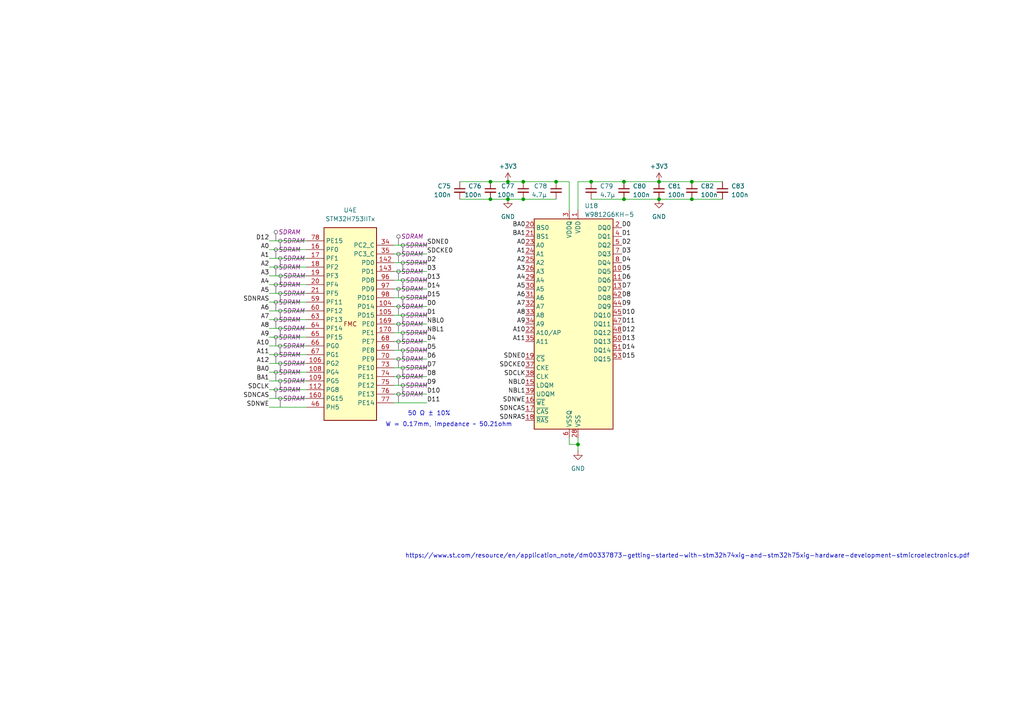
<source format=kicad_sch>
(kicad_sch
	(version 20250114)
	(generator "eeschema")
	(generator_version "9.0")
	(uuid "0913989b-2efd-446d-8300-e7223acbb6bb")
	(paper "A4")
	
	(text "https://www.st.com/resource/en/application_note/dm00337873-getting-started-with-stm32h74xig-and-stm32h75xig-hardware-development-stmicroelectronics.pdf"
		(exclude_from_sim no)
		(at 199.39 161.29 0)
		(effects
			(font
				(size 1.27 1.27)
			)
		)
		(uuid "121a3812-22bd-400b-881f-aded0ed11834")
	)
	(text "W = 0.17mm, impedance ~ 50.21ohm"
		(exclude_from_sim no)
		(at 130.175 123.19 0)
		(effects
			(font
				(size 1.27 1.27)
			)
		)
		(uuid "6a3c503b-5acd-4034-a7ab-93cd0d62afd2")
	)
	(text "50 Ω ± 10%"
		(exclude_from_sim no)
		(at 124.46 120.015 0)
		(effects
			(font
				(size 1.27 1.27)
			)
		)
		(uuid "a7693343-63e5-4bda-bd9f-4b95d66232f6")
	)
	(junction
		(at 151.765 52.705)
		(diameter 0)
		(color 0 0 0 0)
		(uuid "0aa69484-f14c-4d2f-988a-b5e00e4dc40f")
	)
	(junction
		(at 147.32 57.785)
		(diameter 0)
		(color 0 0 0 0)
		(uuid "11befee0-d1a2-45b0-99a7-cc5adc83194e")
	)
	(junction
		(at 191.135 52.705)
		(diameter 0)
		(color 0 0 0 0)
		(uuid "27ce5823-6af6-4015-9a21-24aca58abe74")
	)
	(junction
		(at 142.24 52.705)
		(diameter 0)
		(color 0 0 0 0)
		(uuid "2fbc1244-9b2d-45f4-ba0a-565e5f98c75b")
	)
	(junction
		(at 200.66 52.705)
		(diameter 0)
		(color 0 0 0 0)
		(uuid "30663f78-54af-461f-b8b1-a2669210ff7a")
	)
	(junction
		(at 151.765 57.785)
		(diameter 0)
		(color 0 0 0 0)
		(uuid "33feda7a-3e87-47b0-90ec-e646e78bd1d7")
	)
	(junction
		(at 180.975 57.785)
		(diameter 0)
		(color 0 0 0 0)
		(uuid "45beedf7-5ac3-435a-9a12-82ac83e58923")
	)
	(junction
		(at 167.64 128.905)
		(diameter 0)
		(color 0 0 0 0)
		(uuid "53f3f723-1624-422f-acba-bdd0493a4f41")
	)
	(junction
		(at 180.975 52.705)
		(diameter 0)
		(color 0 0 0 0)
		(uuid "5a0faf0c-ac9c-48e8-853e-40b9e39c20d6")
	)
	(junction
		(at 142.24 57.785)
		(diameter 0)
		(color 0 0 0 0)
		(uuid "8abc452b-4745-4af1-b367-b574916fa45b")
	)
	(junction
		(at 171.45 52.705)
		(diameter 0)
		(color 0 0 0 0)
		(uuid "94e152f6-54a2-4cb6-9522-7b6fb9801810")
	)
	(junction
		(at 191.135 57.785)
		(diameter 0)
		(color 0 0 0 0)
		(uuid "9d492881-f5a7-4070-9bb2-05d9f7015db0")
	)
	(junction
		(at 147.32 52.705)
		(diameter 0)
		(color 0 0 0 0)
		(uuid "bf5e8da2-57ea-4b44-9bcd-e18758a39bc6")
	)
	(junction
		(at 200.66 57.785)
		(diameter 0)
		(color 0 0 0 0)
		(uuid "d09b2dfc-f9c8-45c8-8c8a-d981948d8c11")
	)
	(junction
		(at 161.29 52.705)
		(diameter 0)
		(color 0 0 0 0)
		(uuid "dd8f503a-20e8-4ae4-824b-6177ce44cb3e")
	)
	(wire
		(pts
			(xy 167.64 128.905) (xy 167.64 130.81)
		)
		(stroke
			(width 0)
			(type default)
		)
		(uuid "058f8f2c-a46b-4cc8-a15c-2f38b1d318be")
	)
	(wire
		(pts
			(xy 114.3 73.66) (xy 123.825 73.66)
		)
		(stroke
			(width 0)
			(type default)
		)
		(uuid "0675a0a7-55b2-465c-88e4-c2b52ca4a95f")
	)
	(wire
		(pts
			(xy 133.35 57.785) (xy 142.24 57.785)
		)
		(stroke
			(width 0)
			(type default)
		)
		(uuid "080ed248-06e3-43d6-930d-0132f7cdabba")
	)
	(wire
		(pts
			(xy 147.32 57.785) (xy 151.765 57.785)
		)
		(stroke
			(width 0)
			(type default)
		)
		(uuid "09dd5183-0929-4185-80b9-72958272d40a")
	)
	(wire
		(pts
			(xy 142.24 52.705) (xy 147.32 52.705)
		)
		(stroke
			(width 0)
			(type default)
		)
		(uuid "117b0530-3ccb-4aec-9cf8-172d858796e2")
	)
	(wire
		(pts
			(xy 165.1 52.705) (xy 165.1 60.96)
		)
		(stroke
			(width 0)
			(type default)
		)
		(uuid "155178a5-7148-42a1-95bc-8628b37deadf")
	)
	(wire
		(pts
			(xy 78.105 110.49) (xy 88.9 110.49)
		)
		(stroke
			(width 0)
			(type default)
		)
		(uuid "15f766ee-30b1-47f2-9bd2-347dbd2924fc")
	)
	(wire
		(pts
			(xy 191.135 57.785) (xy 200.66 57.785)
		)
		(stroke
			(width 0)
			(type default)
		)
		(uuid "164fadb8-13c8-40b8-bf6c-ad33a31cf37a")
	)
	(wire
		(pts
			(xy 114.3 86.36) (xy 123.825 86.36)
		)
		(stroke
			(width 0)
			(type default)
		)
		(uuid "17d55c96-be82-4b9a-95ee-05f8fd474e5b")
	)
	(wire
		(pts
			(xy 167.64 127) (xy 167.64 128.905)
		)
		(stroke
			(width 0)
			(type default)
		)
		(uuid "1a8c918f-93ef-4057-9cb6-0ffb43e46534")
	)
	(wire
		(pts
			(xy 78.105 87.63) (xy 88.9 87.63)
		)
		(stroke
			(width 0)
			(type default)
		)
		(uuid "1a91cd41-6e70-4e8f-ae24-aa343aa81b9b")
	)
	(wire
		(pts
			(xy 78.105 92.71) (xy 88.9 92.71)
		)
		(stroke
			(width 0)
			(type default)
		)
		(uuid "1c5c3835-53db-4f46-afe8-996f87f783a3")
	)
	(wire
		(pts
			(xy 161.29 52.705) (xy 165.1 52.705)
		)
		(stroke
			(width 0)
			(type default)
		)
		(uuid "252ff9d6-d9b2-4bfc-a0ee-c0fe5c04ead4")
	)
	(wire
		(pts
			(xy 167.64 60.96) (xy 167.64 52.705)
		)
		(stroke
			(width 0)
			(type default)
		)
		(uuid "2c06a41b-3aac-4d5b-8e5d-94bc3a45c84c")
	)
	(wire
		(pts
			(xy 114.3 106.68) (xy 123.825 106.68)
		)
		(stroke
			(width 0)
			(type default)
		)
		(uuid "2fc244d4-56fc-4471-a6ff-94df4745e812")
	)
	(wire
		(pts
			(xy 114.3 78.74) (xy 123.825 78.74)
		)
		(stroke
			(width 0)
			(type default)
		)
		(uuid "30af72c5-5e02-4ed4-8129-579909937a6a")
	)
	(wire
		(pts
			(xy 78.105 69.85) (xy 88.9 69.85)
		)
		(stroke
			(width 0)
			(type default)
		)
		(uuid "3377f3f7-e58a-4842-a859-6419e876efe9")
	)
	(wire
		(pts
			(xy 180.975 52.705) (xy 191.135 52.705)
		)
		(stroke
			(width 0)
			(type default)
		)
		(uuid "338db336-0ea9-41a9-8017-94538d92c6ef")
	)
	(wire
		(pts
			(xy 114.3 104.14) (xy 123.825 104.14)
		)
		(stroke
			(width 0)
			(type default)
		)
		(uuid "3629cbaf-f246-4602-8480-9734182d2170")
	)
	(wire
		(pts
			(xy 114.3 76.2) (xy 123.825 76.2)
		)
		(stroke
			(width 0)
			(type default)
		)
		(uuid "3738b011-c129-4bac-9838-701252f3ee6a")
	)
	(wire
		(pts
			(xy 142.24 57.785) (xy 147.32 57.785)
		)
		(stroke
			(width 0)
			(type default)
		)
		(uuid "3af0ab08-23e1-4963-9a46-5ad0569a79c6")
	)
	(wire
		(pts
			(xy 78.105 105.41) (xy 88.9 105.41)
		)
		(stroke
			(width 0)
			(type default)
		)
		(uuid "3b9164a2-ba57-4cab-a433-3ba24f8d9f98")
	)
	(wire
		(pts
			(xy 191.135 52.705) (xy 200.66 52.705)
		)
		(stroke
			(width 0)
			(type default)
		)
		(uuid "3d4ab797-391b-410c-ba12-85cc0a0ce1cc")
	)
	(wire
		(pts
			(xy 78.105 80.01) (xy 88.9 80.01)
		)
		(stroke
			(width 0)
			(type default)
		)
		(uuid "3e34e1af-0808-4aeb-9e96-815389881c8e")
	)
	(wire
		(pts
			(xy 200.66 52.705) (xy 209.55 52.705)
		)
		(stroke
			(width 0)
			(type default)
		)
		(uuid "478b0e7b-ed93-4884-813e-b5ba7b4e3fe4")
	)
	(wire
		(pts
			(xy 114.3 81.28) (xy 123.825 81.28)
		)
		(stroke
			(width 0)
			(type default)
		)
		(uuid "4bb367c3-ee7e-4ff0-9316-ad335976d792")
	)
	(wire
		(pts
			(xy 114.3 88.9) (xy 123.825 88.9)
		)
		(stroke
			(width 0)
			(type default)
		)
		(uuid "4cc12404-b601-4108-90ea-949b5c93c517")
	)
	(wire
		(pts
			(xy 133.35 52.705) (xy 142.24 52.705)
		)
		(stroke
			(width 0)
			(type default)
		)
		(uuid "5a549bcb-03da-4709-8ac1-4704b034e93d")
	)
	(wire
		(pts
			(xy 78.105 97.79) (xy 88.9 97.79)
		)
		(stroke
			(width 0)
			(type default)
		)
		(uuid "5d948629-a164-48fc-bc7e-8369979bed75")
	)
	(wire
		(pts
			(xy 114.3 83.82) (xy 123.825 83.82)
		)
		(stroke
			(width 0)
			(type default)
		)
		(uuid "6421b8f9-d0ff-4c8b-a97d-49ccb33fe523")
	)
	(wire
		(pts
			(xy 78.105 102.87) (xy 88.9 102.87)
		)
		(stroke
			(width 0)
			(type default)
		)
		(uuid "65cf59a5-f8ad-4ba2-9742-7e859c4b6a00")
	)
	(wire
		(pts
			(xy 171.45 52.705) (xy 180.975 52.705)
		)
		(stroke
			(width 0)
			(type default)
		)
		(uuid "69870482-4f80-4c80-88ab-bd840453ce69")
	)
	(wire
		(pts
			(xy 114.3 93.98) (xy 123.825 93.98)
		)
		(stroke
			(width 0)
			(type default)
		)
		(uuid "6a16892f-d692-4084-a0ec-9ea54832ce73")
	)
	(wire
		(pts
			(xy 165.1 127) (xy 165.1 128.905)
		)
		(stroke
			(width 0)
			(type default)
		)
		(uuid "70cb0efd-a0a5-4c93-ae47-2d36e3cc3174")
	)
	(wire
		(pts
			(xy 78.105 100.33) (xy 88.9 100.33)
		)
		(stroke
			(width 0)
			(type default)
		)
		(uuid "7102a4df-2ad8-475c-a6f0-e0c8d298bb62")
	)
	(wire
		(pts
			(xy 78.105 113.03) (xy 88.9 113.03)
		)
		(stroke
			(width 0)
			(type default)
		)
		(uuid "719d0f14-55a6-41b0-b77d-a65a70ef44ad")
	)
	(wire
		(pts
			(xy 167.64 52.705) (xy 171.45 52.705)
		)
		(stroke
			(width 0)
			(type default)
		)
		(uuid "72cdd14e-0c46-4139-8a1f-cd045dd05d8a")
	)
	(wire
		(pts
			(xy 78.105 77.47) (xy 88.9 77.47)
		)
		(stroke
			(width 0)
			(type default)
		)
		(uuid "735a2a9a-9e90-4930-a46c-c8a733a02b78")
	)
	(wire
		(pts
			(xy 165.1 128.905) (xy 167.64 128.905)
		)
		(stroke
			(width 0)
			(type default)
		)
		(uuid "736c49fa-6a8c-4466-baa0-959c59b38a6c")
	)
	(wire
		(pts
			(xy 114.3 116.84) (xy 123.825 116.84)
		)
		(stroke
			(width 0)
			(type default)
		)
		(uuid "748eb911-6534-4685-83b6-d40b388a7243")
	)
	(wire
		(pts
			(xy 78.105 90.17) (xy 88.9 90.17)
		)
		(stroke
			(width 0)
			(type default)
		)
		(uuid "7c13b3a8-1c59-409f-bddd-4b12f43aaf5e")
	)
	(wire
		(pts
			(xy 151.765 57.785) (xy 161.29 57.785)
		)
		(stroke
			(width 0)
			(type default)
		)
		(uuid "7f7ff86a-6e63-4a81-9dc5-4018f9bdd9e2")
	)
	(wire
		(pts
			(xy 114.3 101.6) (xy 123.825 101.6)
		)
		(stroke
			(width 0)
			(type default)
		)
		(uuid "84d1743c-d17f-4328-8dc5-c263e10c222d")
	)
	(wire
		(pts
			(xy 114.3 71.12) (xy 123.825 71.12)
		)
		(stroke
			(width 0)
			(type default)
		)
		(uuid "89a9067f-7786-493a-849d-db284a9ec3d1")
	)
	(wire
		(pts
			(xy 114.3 96.52) (xy 123.825 96.52)
		)
		(stroke
			(width 0)
			(type default)
		)
		(uuid "9bb6af4c-caeb-4eab-a910-e3f182165582")
	)
	(wire
		(pts
			(xy 78.105 74.93) (xy 88.9 74.93)
		)
		(stroke
			(width 0)
			(type default)
		)
		(uuid "a31097b4-5873-41c0-9e4e-d814efffd65a")
	)
	(wire
		(pts
			(xy 151.765 52.705) (xy 161.29 52.705)
		)
		(stroke
			(width 0)
			(type default)
		)
		(uuid "a7824cb8-bf75-4f13-a8b9-fa392e816904")
	)
	(wire
		(pts
			(xy 114.3 114.3) (xy 123.825 114.3)
		)
		(stroke
			(width 0)
			(type default)
		)
		(uuid "aa5f3893-1e06-433d-9cf5-b78c8ccaa624")
	)
	(wire
		(pts
			(xy 171.45 57.785) (xy 180.975 57.785)
		)
		(stroke
			(width 0)
			(type default)
		)
		(uuid "ac0d8c0a-3aeb-4891-aefd-31f25bdb4daf")
	)
	(wire
		(pts
			(xy 78.105 85.09) (xy 88.9 85.09)
		)
		(stroke
			(width 0)
			(type default)
		)
		(uuid "ac5fce5b-8c50-42c3-be42-26f32d36da99")
	)
	(wire
		(pts
			(xy 114.3 99.06) (xy 123.825 99.06)
		)
		(stroke
			(width 0)
			(type default)
		)
		(uuid "b1561d85-ab3d-46bd-812b-7493752a176f")
	)
	(wire
		(pts
			(xy 78.105 118.11) (xy 88.9 118.11)
		)
		(stroke
			(width 0)
			(type default)
		)
		(uuid "b1c39eb4-56ac-49db-a8c6-40e383918df3")
	)
	(wire
		(pts
			(xy 147.32 52.705) (xy 151.765 52.705)
		)
		(stroke
			(width 0)
			(type default)
		)
		(uuid "baab7302-9487-4bf9-a2eb-1b59e0c90902")
	)
	(wire
		(pts
			(xy 78.105 82.55) (xy 88.9 82.55)
		)
		(stroke
			(width 0)
			(type default)
		)
		(uuid "bd3ca4cc-502b-42ed-b2de-835287a5b7a3")
	)
	(wire
		(pts
			(xy 114.3 91.44) (xy 123.825 91.44)
		)
		(stroke
			(width 0)
			(type default)
		)
		(uuid "cf22a814-13a2-41f2-ba84-64f5d9cc5746")
	)
	(wire
		(pts
			(xy 78.105 95.25) (xy 88.9 95.25)
		)
		(stroke
			(width 0)
			(type default)
		)
		(uuid "d791f195-0634-4a16-9735-2f51fae5a5b7")
	)
	(wire
		(pts
			(xy 180.975 57.785) (xy 191.135 57.785)
		)
		(stroke
			(width 0)
			(type default)
		)
		(uuid "d89233d2-649d-47a3-821c-32a9b31f9df3")
	)
	(wire
		(pts
			(xy 78.105 107.95) (xy 88.9 107.95)
		)
		(stroke
			(width 0)
			(type default)
		)
		(uuid "d8ec4f49-8782-4c54-a6f4-b8cb606fca5b")
	)
	(wire
		(pts
			(xy 114.3 109.22) (xy 123.825 109.22)
		)
		(stroke
			(width 0)
			(type default)
		)
		(uuid "dfc6dd18-d906-47dc-9065-3e55e0cbc91e")
	)
	(wire
		(pts
			(xy 78.105 72.39) (xy 88.9 72.39)
		)
		(stroke
			(width 0)
			(type default)
		)
		(uuid "e0856081-ab6c-471f-8ffa-cbaa63921a51")
	)
	(wire
		(pts
			(xy 78.105 115.57) (xy 88.9 115.57)
		)
		(stroke
			(width 0)
			(type default)
		)
		(uuid "e4535f87-8ad8-4e5e-8e34-f13b3fa4e802")
	)
	(wire
		(pts
			(xy 114.3 111.76) (xy 123.825 111.76)
		)
		(stroke
			(width 0)
			(type default)
		)
		(uuid "ef2f323c-175d-40da-9f9c-1a6a4c31ae89")
	)
	(wire
		(pts
			(xy 200.66 57.785) (xy 209.55 57.785)
		)
		(stroke
			(width 0)
			(type default)
		)
		(uuid "f0012eb3-c4ad-4698-aaae-bb0803b9475f")
	)
	(label "D12"
		(at 78.105 69.85 180)
		(effects
			(font
				(size 1.27 1.27)
			)
			(justify right bottom)
		)
		(uuid "0148ff1c-802a-4b5c-87a0-2768f63d09a4")
	)
	(label "D1"
		(at 123.825 91.44 0)
		(effects
			(font
				(size 1.27 1.27)
			)
			(justify left bottom)
		)
		(uuid "06cb09c2-6508-4990-a806-0958b97fc858")
	)
	(label "A5"
		(at 78.105 85.09 180)
		(effects
			(font
				(size 1.27 1.27)
			)
			(justify right bottom)
		)
		(uuid "0941aa11-9296-42fc-8947-f29908db3124")
	)
	(label "A6"
		(at 78.105 90.17 180)
		(effects
			(font
				(size 1.27 1.27)
			)
			(justify right bottom)
		)
		(uuid "15f17cf4-7fbb-4d7c-9fa6-03037f7baa41")
	)
	(label "SDCKE0"
		(at 152.4 106.68 180)
		(effects
			(font
				(size 1.27 1.27)
			)
			(justify right bottom)
		)
		(uuid "1638c7d9-500f-4a1e-a00d-6a4951314378")
	)
	(label "D7"
		(at 180.34 83.82 0)
		(effects
			(font
				(size 1.27 1.27)
			)
			(justify left bottom)
		)
		(uuid "1a0e440a-1769-43ea-876a-ae9d74ee52f3")
	)
	(label "D9"
		(at 123.825 111.76 0)
		(effects
			(font
				(size 1.27 1.27)
			)
			(justify left bottom)
		)
		(uuid "21908c11-ad25-43b4-9392-e1c078a4705b")
	)
	(label "SDCLK"
		(at 78.105 113.03 180)
		(effects
			(font
				(size 1.27 1.27)
			)
			(justify right bottom)
		)
		(uuid "25cb6843-c5df-46da-86e8-968cba44fe2b")
	)
	(label "SDNCAS"
		(at 78.105 115.57 180)
		(effects
			(font
				(size 1.27 1.27)
			)
			(justify right bottom)
		)
		(uuid "2b71e796-0e65-4d3b-9204-19ff36a6f108")
	)
	(label "A2"
		(at 78.105 77.47 180)
		(effects
			(font
				(size 1.27 1.27)
			)
			(justify right bottom)
		)
		(uuid "2d32f54a-c8a4-4bfd-b32d-de4bbeabe75d")
	)
	(label "A3"
		(at 78.105 80.01 180)
		(effects
			(font
				(size 1.27 1.27)
			)
			(justify right bottom)
		)
		(uuid "3492a51d-2fec-4e46-93f1-bb5c390ce868")
	)
	(label "A0"
		(at 78.105 72.39 180)
		(effects
			(font
				(size 1.27 1.27)
			)
			(justify right bottom)
		)
		(uuid "36e4077e-9f4c-4407-b356-ab0c9f9f81ae")
	)
	(label "A11"
		(at 78.105 102.87 180)
		(effects
			(font
				(size 1.27 1.27)
			)
			(justify right bottom)
		)
		(uuid "38143824-fc0e-4486-bf53-aef063a6fe3e")
	)
	(label "D3"
		(at 123.825 78.74 0)
		(effects
			(font
				(size 1.27 1.27)
			)
			(justify left bottom)
		)
		(uuid "393e4245-b609-447d-b906-7f4d563915a0")
	)
	(label "NBL1"
		(at 123.825 96.52 0)
		(effects
			(font
				(size 1.27 1.27)
			)
			(justify left bottom)
		)
		(uuid "3a9fd6e6-e8e1-4cc9-8770-bb925eca4279")
	)
	(label "SDNE0"
		(at 123.825 71.12 0)
		(effects
			(font
				(size 1.27 1.27)
			)
			(justify left bottom)
		)
		(uuid "40eb25ea-6771-49dc-9498-f3ae1b9ca5ff")
	)
	(label "D6"
		(at 123.825 104.14 0)
		(effects
			(font
				(size 1.27 1.27)
			)
			(justify left bottom)
		)
		(uuid "41cecaa5-128e-4bce-ae82-e77692b24869")
	)
	(label "D8"
		(at 180.34 86.36 0)
		(effects
			(font
				(size 1.27 1.27)
			)
			(justify left bottom)
		)
		(uuid "4457e67b-5b98-4aa7-985a-6d40a322a70d")
	)
	(label "NBL1"
		(at 152.4 114.3 180)
		(effects
			(font
				(size 1.27 1.27)
			)
			(justify right bottom)
		)
		(uuid "45ac0c0a-4c6e-461d-8e74-df7b2e9e1cb7")
	)
	(label "A5"
		(at 152.4 83.82 180)
		(effects
			(font
				(size 1.27 1.27)
			)
			(justify right bottom)
		)
		(uuid "45c71e89-7619-4845-8168-c2f3fac00389")
	)
	(label "SDCKE0"
		(at 123.825 73.66 0)
		(effects
			(font
				(size 1.27 1.27)
			)
			(justify left bottom)
		)
		(uuid "4abb3ef1-a022-4fe2-8c00-960edf75cbea")
	)
	(label "D15"
		(at 123.825 86.36 0)
		(effects
			(font
				(size 1.27 1.27)
			)
			(justify left bottom)
		)
		(uuid "4b0902ac-0e43-497a-9ee7-6a4cd1bca6da")
	)
	(label "A10"
		(at 152.4 96.52 180)
		(effects
			(font
				(size 1.27 1.27)
			)
			(justify right bottom)
		)
		(uuid "4c29ca21-8cfc-4f91-b339-80229decd2af")
	)
	(label "SDNCAS"
		(at 152.4 119.38 180)
		(effects
			(font
				(size 1.27 1.27)
			)
			(justify right bottom)
		)
		(uuid "4dfc98cd-8e56-4725-ab1a-b5f5ffd03048")
	)
	(label "SDNWE"
		(at 78.105 118.11 180)
		(effects
			(font
				(size 1.27 1.27)
			)
			(justify right bottom)
		)
		(uuid "4eda3f7f-5409-4a2a-9ba6-00d5c532b3b8")
	)
	(label "D12"
		(at 180.34 96.52 0)
		(effects
			(font
				(size 1.27 1.27)
			)
			(justify left bottom)
		)
		(uuid "4ee20a3c-d4e6-4f6a-bd2e-505232c319a9")
	)
	(label "A8"
		(at 78.105 95.25 180)
		(effects
			(font
				(size 1.27 1.27)
			)
			(justify right bottom)
		)
		(uuid "513ac848-c506-4937-9c58-9ce752ab7cba")
	)
	(label "A12"
		(at 78.105 105.41 180)
		(effects
			(font
				(size 1.27 1.27)
			)
			(justify right bottom)
		)
		(uuid "56926d10-ce90-41f7-b3f8-b1c8953f8773")
	)
	(label "D5"
		(at 123.825 101.6 0)
		(effects
			(font
				(size 1.27 1.27)
			)
			(justify left bottom)
		)
		(uuid "59049c41-a3fa-4111-b29e-77125bddbf2c")
	)
	(label "A10"
		(at 78.105 100.33 180)
		(effects
			(font
				(size 1.27 1.27)
			)
			(justify right bottom)
		)
		(uuid "59aa6d58-8a73-4be6-ac42-c56869f8bfe5")
	)
	(label "BA0"
		(at 152.4 66.04 180)
		(effects
			(font
				(size 1.27 1.27)
			)
			(justify right bottom)
		)
		(uuid "5a1c4677-e92e-496f-938d-5b0499925bb3")
	)
	(label "A7"
		(at 152.4 88.9 180)
		(effects
			(font
				(size 1.27 1.27)
			)
			(justify right bottom)
		)
		(uuid "5ae47d2a-3b28-406e-8fcd-452e509cd35f")
	)
	(label "D2"
		(at 180.34 71.12 0)
		(effects
			(font
				(size 1.27 1.27)
			)
			(justify left bottom)
		)
		(uuid "5cb57f0f-6268-403e-a348-c473c2478daf")
	)
	(label "NBL0"
		(at 152.4 111.76 180)
		(effects
			(font
				(size 1.27 1.27)
			)
			(justify right bottom)
		)
		(uuid "6009ff1d-3f06-4de7-b006-789847dfeded")
	)
	(label "D4"
		(at 180.34 76.2 0)
		(effects
			(font
				(size 1.27 1.27)
			)
			(justify left bottom)
		)
		(uuid "6317de6c-01b3-4050-81c9-b8070aa25c2b")
	)
	(label "D14"
		(at 123.825 83.82 0)
		(effects
			(font
				(size 1.27 1.27)
			)
			(justify left bottom)
		)
		(uuid "6573dae9-d4cf-4279-8abf-3d100fbd8fb2")
	)
	(label "A6"
		(at 152.4 86.36 180)
		(effects
			(font
				(size 1.27 1.27)
			)
			(justify right bottom)
		)
		(uuid "6826ccf0-21c6-4d35-992d-ce08198a5334")
	)
	(label "D6"
		(at 180.34 81.28 0)
		(effects
			(font
				(size 1.27 1.27)
			)
			(justify left bottom)
		)
		(uuid "6aa5b2c4-13aa-4ffd-b89c-5b22a0f5d27c")
	)
	(label "BA0"
		(at 78.105 107.95 180)
		(effects
			(font
				(size 1.27 1.27)
			)
			(justify right bottom)
		)
		(uuid "6b9f2fe1-f355-4237-bb7e-7598aadc0560")
	)
	(label "A9"
		(at 78.105 97.79 180)
		(effects
			(font
				(size 1.27 1.27)
			)
			(justify right bottom)
		)
		(uuid "6dfc2139-ee9c-4ead-8018-b2ba0b84f9dc")
	)
	(label "D9"
		(at 180.34 88.9 0)
		(effects
			(font
				(size 1.27 1.27)
			)
			(justify left bottom)
		)
		(uuid "6f00e29a-e82c-4540-a4fe-04abaeee488f")
	)
	(label "A11"
		(at 152.4 99.06 180)
		(effects
			(font
				(size 1.27 1.27)
			)
			(justify right bottom)
		)
		(uuid "70153028-d456-4278-8e63-1e02e11aeadb")
	)
	(label "D0"
		(at 123.825 88.9 0)
		(effects
			(font
				(size 1.27 1.27)
			)
			(justify left bottom)
		)
		(uuid "72919f97-fb5d-466c-a04b-10d6e10d69c6")
	)
	(label "D15"
		(at 180.34 104.14 0)
		(effects
			(font
				(size 1.27 1.27)
			)
			(justify left bottom)
		)
		(uuid "74c938b9-4a89-404d-b445-53ee8920cac6")
	)
	(label "D0"
		(at 180.34 66.04 0)
		(effects
			(font
				(size 1.27 1.27)
			)
			(justify left bottom)
		)
		(uuid "76dde709-3a15-4237-8542-7209bc12ecd6")
	)
	(label "D2"
		(at 123.825 76.2 0)
		(effects
			(font
				(size 1.27 1.27)
			)
			(justify left bottom)
		)
		(uuid "78de6bf3-0fd9-4dca-aa4c-1c7fabad124d")
	)
	(label "SDCLK"
		(at 152.4 109.22 180)
		(effects
			(font
				(size 1.27 1.27)
			)
			(justify right bottom)
		)
		(uuid "82000398-a4c2-45ad-ac53-caaef3c3e3e2")
	)
	(label "A3"
		(at 152.4 78.74 180)
		(effects
			(font
				(size 1.27 1.27)
			)
			(justify right bottom)
		)
		(uuid "88d0b4b1-6fc4-4291-b24e-507556bad874")
	)
	(label "D11"
		(at 123.825 116.84 0)
		(effects
			(font
				(size 1.27 1.27)
			)
			(justify left bottom)
		)
		(uuid "8a55056b-ea04-4d1f-a4ab-bbe27720b48f")
	)
	(label "D14"
		(at 180.34 101.6 0)
		(effects
			(font
				(size 1.27 1.27)
			)
			(justify left bottom)
		)
		(uuid "8b46704e-5f67-49e0-9c95-3d78cf3e4d5b")
	)
	(label "D13"
		(at 123.825 81.28 0)
		(effects
			(font
				(size 1.27 1.27)
			)
			(justify left bottom)
		)
		(uuid "8c014b5b-cc1d-46a9-9ab5-3f55257ed521")
	)
	(label "A4"
		(at 78.105 82.55 180)
		(effects
			(font
				(size 1.27 1.27)
			)
			(justify right bottom)
		)
		(uuid "8d7ca9ec-e657-42bb-aedd-c88a8fcb1e0d")
	)
	(label "D5"
		(at 180.34 78.74 0)
		(effects
			(font
				(size 1.27 1.27)
			)
			(justify left bottom)
		)
		(uuid "8d7d1b96-7414-4fc0-8313-14d7648d68e8")
	)
	(label "SDNRAS"
		(at 78.105 87.63 180)
		(effects
			(font
				(size 1.27 1.27)
			)
			(justify right bottom)
		)
		(uuid "8dac3b17-c085-4dc4-879e-1d935c637f96")
	)
	(label "A2"
		(at 152.4 76.2 180)
		(effects
			(font
				(size 1.27 1.27)
			)
			(justify right bottom)
		)
		(uuid "998567a5-8f1c-4683-ade1-b250df05f6ad")
	)
	(label "D7"
		(at 123.825 106.68 0)
		(effects
			(font
				(size 1.27 1.27)
			)
			(justify left bottom)
		)
		(uuid "a1c4a694-bdcd-4d3c-9318-e9ee53e960d9")
	)
	(label "D11"
		(at 180.34 93.98 0)
		(effects
			(font
				(size 1.27 1.27)
			)
			(justify left bottom)
		)
		(uuid "a2deb507-7bf3-432e-8e2d-5f74bb6ef920")
	)
	(label "D13"
		(at 180.34 99.06 0)
		(effects
			(font
				(size 1.27 1.27)
			)
			(justify left bottom)
		)
		(uuid "a668203f-c64d-4a1c-b18e-81c9809f7f8c")
	)
	(label "D3"
		(at 180.34 73.66 0)
		(effects
			(font
				(size 1.27 1.27)
			)
			(justify left bottom)
		)
		(uuid "ab2bee55-6239-47aa-ab4b-ea42ccb99270")
	)
	(label "A1"
		(at 78.105 74.93 180)
		(effects
			(font
				(size 1.27 1.27)
			)
			(justify right bottom)
		)
		(uuid "aff7619a-0e73-4feb-a896-5b5914297aaf")
	)
	(label "D10"
		(at 123.825 114.3 0)
		(effects
			(font
				(size 1.27 1.27)
			)
			(justify left bottom)
		)
		(uuid "b45b765a-41e6-41d5-b967-4411db39a889")
	)
	(label "BA1"
		(at 152.4 68.58 180)
		(effects
			(font
				(size 1.27 1.27)
			)
			(justify right bottom)
		)
		(uuid "b75904f6-234c-4a4f-880f-eab35a2f4eb2")
	)
	(label "D8"
		(at 123.825 109.22 0)
		(effects
			(font
				(size 1.27 1.27)
			)
			(justify left bottom)
		)
		(uuid "ba4848a3-5b64-4f27-a85f-d800cf574e22")
	)
	(label "A0"
		(at 152.4 71.12 180)
		(effects
			(font
				(size 1.27 1.27)
			)
			(justify right bottom)
		)
		(uuid "c08a8765-9ef4-45ee-b56a-1b014d9864ec")
	)
	(label "A7"
		(at 78.105 92.71 180)
		(effects
			(font
				(size 1.27 1.27)
			)
			(justify right bottom)
		)
		(uuid "c1ed32a1-65a9-47fc-85b4-59452bb2ab0e")
	)
	(label "A9"
		(at 152.4 93.98 180)
		(effects
			(font
				(size 1.27 1.27)
			)
			(justify right bottom)
		)
		(uuid "c5d75c82-5a43-48f6-a443-81f9e534a004")
	)
	(label "A8"
		(at 152.4 91.44 180)
		(effects
			(font
				(size 1.27 1.27)
			)
			(justify right bottom)
		)
		(uuid "cd4c8f2b-3477-4834-aa89-43b1801ff30e")
	)
	(label "D1"
		(at 180.34 68.58 0)
		(effects
			(font
				(size 1.27 1.27)
			)
			(justify left bottom)
		)
		(uuid "ce380d0d-d666-470d-ae69-a6dfa300be2a")
	)
	(label "SDNWE"
		(at 152.4 116.84 180)
		(effects
			(font
				(size 1.27 1.27)
			)
			(justify right bottom)
		)
		(uuid "d1b1a6db-78b5-4c15-88a5-e400a8c2725b")
	)
	(label "D4"
		(at 123.825 99.06 0)
		(effects
			(font
				(size 1.27 1.27)
			)
			(justify left bottom)
		)
		(uuid "d781b2f0-7cb6-4c5e-8169-8e8139773722")
	)
	(label "A1"
		(at 152.4 73.66 180)
		(effects
			(font
				(size 1.27 1.27)
			)
			(justify right bottom)
		)
		(uuid "e33db6a4-57e4-474f-9d2d-4cf59e01794b")
	)
	(label "SDNE0"
		(at 152.4 104.14 180)
		(effects
			(font
				(size 1.27 1.27)
			)
			(justify right bottom)
		)
		(uuid "e8ddd02c-521f-4db1-ac16-a6b566f0f2de")
	)
	(label "SDNRAS"
		(at 152.4 121.92 180)
		(effects
			(font
				(size 1.27 1.27)
			)
			(justify right bottom)
		)
		(uuid "ef0fc81c-1a52-43ab-b931-f4d275bbd13f")
	)
	(label "D10"
		(at 180.34 91.44 0)
		(effects
			(font
				(size 1.27 1.27)
			)
			(justify left bottom)
		)
		(uuid "f43d4dd0-e2a4-433b-b4de-937e7189b3d5")
	)
	(label "NBL0"
		(at 123.825 93.98 0)
		(effects
			(font
				(size 1.27 1.27)
			)
			(justify left bottom)
		)
		(uuid "fa0ad51c-b4e4-4bc5-825f-38de14ca8e6d")
	)
	(label "BA1"
		(at 78.105 110.49 180)
		(effects
			(font
				(size 1.27 1.27)
			)
			(justify right bottom)
		)
		(uuid "fa96986b-9eac-4c54-bee5-5f71896fbb61")
	)
	(label "A4"
		(at 152.4 81.28 180)
		(effects
			(font
				(size 1.27 1.27)
			)
			(justify right bottom)
		)
		(uuid "fc5695f4-b76f-459e-a4ba-c35a07dc77d2")
	)
	(netclass_flag ""
		(length 2.54)
		(shape round)
		(at 80.01 74.93 0)
		(fields_autoplaced yes)
		(effects
			(font
				(size 1.27 1.27)
			)
			(justify left bottom)
		)
		(uuid "034c554b-a48f-4353-8d3d-b19d60a9ad57")
		(property "Netclass" "SDRAM"
			(at 80.7085 72.39 0)
			(effects
				(font
					(size 1.27 1.27)
					(italic yes)
				)
				(justify left)
			)
		)
	)
	(netclass_flag ""
		(length 2.54)
		(shape round)
		(at 80.01 85.09 0)
		(fields_autoplaced yes)
		(effects
			(font
				(size 1.27 1.27)
			)
			(justify left bottom)
		)
		(uuid "0b86b4b1-0c41-48b9-91e6-b20ffeb6bfda")
		(property "Netclass" "SDRAM"
			(at 80.7085 82.55 0)
			(effects
				(font
					(size 1.27 1.27)
					(italic yes)
				)
				(justify left)
			)
		)
	)
	(netclass_flag ""
		(length 2.54)
		(shape round)
		(at 80.01 105.41 0)
		(fields_autoplaced yes)
		(effects
			(font
				(size 1.27 1.27)
			)
			(justify left bottom)
		)
		(uuid "10853d2a-4e1f-487f-b19b-0137ecb3f41c")
		(property "Netclass" "SDRAM"
			(at 80.7085 102.87 0)
			(effects
				(font
					(size 1.27 1.27)
					(italic yes)
				)
				(justify left)
			)
		)
	)
	(netclass_flag ""
		(length 2.54)
		(shape round)
		(at 81.28 72.39 0)
		(fields_autoplaced yes)
		(effects
			(font
				(size 1.27 1.27)
			)
			(justify left bottom)
		)
		(uuid "12f4b366-f0e1-40bb-b26a-34c96637bc77")
		(property "Netclass" "SDRAM"
			(at 81.9785 69.85 0)
			(effects
				(font
					(size 1.27 1.27)
					(italic yes)
				)
				(justify left)
			)
		)
	)
	(netclass_flag ""
		(length 2.54)
		(shape round)
		(at 81.2254 102.87 0)
		(fields_autoplaced yes)
		(effects
			(font
				(size 1.27 1.27)
			)
			(justify left bottom)
		)
		(uuid "1e30520e-e826-487b-b145-6b3104fcfead")
		(property "Netclass" "SDRAM"
			(at 81.9239 100.33 0)
			(effects
				(font
					(size 1.27 1.27)
					(italic yes)
				)
				(justify left)
			)
		)
	)
	(netclass_flag ""
		(length 2.54)
		(shape round)
		(at 115.57 106.68 0)
		(fields_autoplaced yes)
		(effects
			(font
				(size 1.27 1.27)
			)
			(justify left bottom)
		)
		(uuid "1ff7d4c3-58ae-4952-945d-024dff9e0340")
		(property "Netclass" "SDRAM"
			(at 116.2685 104.14 0)
			(effects
				(font
					(size 1.27 1.27)
					(italic yes)
				)
				(justify left)
			)
		)
	)
	(netclass_flag ""
		(length 2.54)
		(shape round)
		(at 81.28 77.47 0)
		(fields_autoplaced yes)
		(effects
			(font
				(size 1.27 1.27)
			)
			(justify left bottom)
		)
		(uuid "236a4052-0f75-47cf-a30b-861816f90fa2")
		(property "Netclass" "SDRAM"
			(at 81.9785 74.93 0)
			(effects
				(font
					(size 1.27 1.27)
					(italic yes)
				)
				(justify left)
			)
		)
	)
	(netclass_flag ""
		(length 2.54)
		(shape round)
		(at 115.57 96.52 0)
		(fields_autoplaced yes)
		(effects
			(font
				(size 1.27 1.27)
			)
			(justify left bottom)
		)
		(uuid "2a5cb88a-e37f-42d8-ad01-5ffb4c973a75")
		(property "Netclass" "SDRAM"
			(at 116.2685 93.98 0)
			(effects
				(font
					(size 1.27 1.27)
					(italic yes)
				)
				(justify left)
			)
		)
	)
	(netclass_flag ""
		(length 2.54)
		(shape round)
		(at 116.84 73.66 0)
		(fields_autoplaced yes)
		(effects
			(font
				(size 1.27 1.27)
			)
			(justify left bottom)
		)
		(uuid "37bc677b-f413-4481-aca4-44ad6f28a418")
		(property "Netclass" "SDRAM"
			(at 117.5385 71.12 0)
			(effects
				(font
					(size 1.27 1.27)
					(italic yes)
				)
				(justify left)
			)
		)
	)
	(netclass_flag ""
		(length 2.54)
		(shape round)
		(at 81.28 113.03 0)
		(fields_autoplaced yes)
		(effects
			(font
				(size 1.27 1.27)
			)
			(justify left bottom)
		)
		(uuid "38438e82-5916-4369-9819-88cd8734d697")
		(property "Netclass" "SDRAM"
			(at 81.9785 110.49 0)
			(effects
				(font
					(size 1.27 1.27)
					(italic yes)
				)
				(justify left)
			)
		)
	)
	(netclass_flag ""
		(length 2.54)
		(shape round)
		(at 80.01 100.33 0)
		(fields_autoplaced yes)
		(effects
			(font
				(size 1.27 1.27)
			)
			(justify left bottom)
		)
		(uuid "4497be58-93f3-4c59-b0b9-ee5f45773846")
		(property "Netclass" "SDRAM"
			(at 80.7085 97.79 0)
			(effects
				(font
					(size 1.27 1.27)
					(italic yes)
				)
				(justify left)
			)
		)
	)
	(netclass_flag ""
		(length 2.54)
		(shape round)
		(at 115.57 111.76 0)
		(fields_autoplaced yes)
		(effects
			(font
				(size 1.27 1.27)
			)
			(justify left bottom)
		)
		(uuid "4fa4bab6-b5b7-432b-979e-55ed1d5fc9f3")
		(property "Netclass" "SDRAM"
			(at 116.2685 109.22 0)
			(effects
				(font
					(size 1.27 1.27)
					(italic yes)
				)
				(justify left)
			)
		)
	)
	(netclass_flag ""
		(length 2.54)
		(shape round)
		(at 115.57 71.12 0)
		(fields_autoplaced yes)
		(effects
			(font
				(size 1.27 1.27)
			)
			(justify left bottom)
		)
		(uuid "5323971b-dca1-44a8-b8f8-3a0cd7753891")
		(property "Netclass" "SDRAM"
			(at 116.2685 68.58 0)
			(effects
				(font
					(size 1.27 1.27)
					(italic yes)
				)
				(justify left)
			)
		)
	)
	(netclass_flag ""
		(length 2.54)
		(shape round)
		(at 116.84 109.22 0)
		(fields_autoplaced yes)
		(effects
			(font
				(size 1.27 1.27)
			)
			(justify left bottom)
		)
		(uuid "550dc270-b41d-4eb0-92d1-5f1adc95c354")
		(property "Netclass" "SDRAM"
			(at 117.5385 106.68 0)
			(effects
				(font
					(size 1.27 1.27)
					(italic yes)
				)
				(justify left)
			)
		)
	)
	(netclass_flag ""
		(length 2.54)
		(shape round)
		(at 116.84 88.9 0)
		(fields_autoplaced yes)
		(effects
			(font
				(size 1.27 1.27)
			)
			(justify left bottom)
		)
		(uuid "5c5cadce-0761-4b49-94df-66c347c56eff")
		(property "Netclass" "SDRAM"
			(at 117.5385 86.36 0)
			(effects
				(font
					(size 1.27 1.27)
					(italic yes)
				)
				(justify left)
			)
		)
	)
	(netclass_flag ""
		(length 2.54)
		(shape round)
		(at 115.57 91.44 0)
		(fields_autoplaced yes)
		(effects
			(font
				(size 1.27 1.27)
			)
			(justify left bottom)
		)
		(uuid "5ce63a76-a05d-4657-8976-1273e8f766dd")
		(property "Netclass" "SDRAM"
			(at 116.2685 88.9 0)
			(effects
				(font
					(size 1.27 1.27)
					(italic yes)
				)
				(justify left)
			)
		)
	)
	(netclass_flag ""
		(length 2.54)
		(shape round)
		(at 81.28 87.63 0)
		(fields_autoplaced yes)
		(effects
			(font
				(size 1.27 1.27)
			)
			(justify left bottom)
		)
		(uuid "66483bd0-8c4a-4cfe-82ad-10e2c53214a1")
		(property "Netclass" "SDRAM"
			(at 81.9785 85.09 0)
			(effects
				(font
					(size 1.27 1.27)
					(italic yes)
				)
				(justify left)
			)
		)
	)
	(netclass_flag ""
		(length 2.54)
		(shape round)
		(at 116.84 93.98 0)
		(fields_autoplaced yes)
		(effects
			(font
				(size 1.27 1.27)
			)
			(justify left bottom)
		)
		(uuid "6aa5458d-7db9-48c6-9834-3bd62578f1d6")
		(property "Netclass" "SDRAM"
			(at 117.5385 91.44 0)
			(effects
				(font
					(size 1.27 1.27)
					(italic yes)
				)
				(justify left)
			)
		)
	)
	(netclass_flag ""
		(length 2.54)
		(shape round)
		(at 116.84 114.3 0)
		(fields_autoplaced yes)
		(effects
			(font
				(size 1.27 1.27)
			)
			(justify left bottom)
		)
		(uuid "797d3a47-8dda-4ff3-8d6c-199e052eb191")
		(property "Netclass" "SDRAM"
			(at 117.5385 111.76 0)
			(effects
				(font
					(size 1.27 1.27)
					(italic yes)
				)
				(justify left)
			)
		)
	)
	(netclass_flag ""
		(length 2.54)
		(shape round)
		(at 115.57 81.28 0)
		(fields_autoplaced yes)
		(effects
			(font
				(size 1.27 1.27)
			)
			(justify left bottom)
		)
		(uuid "8536c341-7cf2-44f8-95a8-a4fa26d5e928")
		(property "Netclass" "SDRAM"
			(at 116.2685 78.74 0)
			(effects
				(font
					(size 1.27 1.27)
					(italic yes)
				)
				(justify left)
			)
		)
	)
	(netclass_flag ""
		(length 2.54)
		(shape round)
		(at 80.01 115.57 0)
		(fields_autoplaced yes)
		(effects
			(font
				(size 1.27 1.27)
			)
			(justify left bottom)
		)
		(uuid "9b960155-7f3b-4294-b2f8-d396fa80a6c6")
		(property "Netclass" "SDRAM"
			(at 80.7085 113.03 0)
			(effects
				(font
					(size 1.27 1.27)
					(italic yes)
				)
				(justify left)
			)
		)
	)
	(netclass_flag ""
		(length 2.54)
		(shape round)
		(at 116.84 83.82 0)
		(fields_autoplaced yes)
		(effects
			(font
				(size 1.27 1.27)
			)
			(justify left bottom)
		)
		(uuid "9ea858f4-154a-4950-a1ad-11a7baecd815")
		(property "Netclass" "SDRAM"
			(at 117.5385 81.28 0)
			(effects
				(font
					(size 1.27 1.27)
					(italic yes)
				)
				(justify left)
			)
		)
	)
	(netclass_flag ""
		(length 2.54)
		(shape round)
		(at 80.01 110.49 0)
		(fields_autoplaced yes)
		(effects
			(font
				(size 1.27 1.27)
			)
			(justify left bottom)
		)
		(uuid "a25bcab9-dfe0-4d90-98c7-7d2b7fdf36a7")
		(property "Netclass" "SDRAM"
			(at 80.7085 107.95 0)
			(effects
				(font
					(size 1.27 1.27)
					(italic yes)
				)
				(justify left)
			)
		)
	)
	(netclass_flag ""
		(length 2.54)
		(shape round)
		(at 80.01 95.25 0)
		(fields_autoplaced yes)
		(effects
			(font
				(size 1.27 1.27)
			)
			(justify left bottom)
		)
		(uuid "ac5d33f8-d0cb-47ee-bc0f-1fd419830c2c")
		(property "Netclass" "SDRAM"
			(at 80.7085 92.71 0)
			(effects
				(font
					(size 1.27 1.27)
					(italic yes)
				)
				(justify left)
			)
		)
	)
	(netclass_flag ""
		(length 2.54)
		(shape round)
		(at 80.01 90.17 0)
		(fields_autoplaced yes)
		(effects
			(font
				(size 1.27 1.27)
			)
			(justify left bottom)
		)
		(uuid "b02aedb8-3681-4405-b10f-195b2af3b17b")
		(property "Netclass" "SDRAM"
			(at 80.7085 87.63 0)
			(effects
				(font
					(size 1.27 1.27)
					(italic yes)
				)
				(justify left)
			)
		)
	)
	(netclass_flag ""
		(length 2.54)
		(shape round)
		(at 81.3812 82.55 0)
		(fields_autoplaced yes)
		(effects
			(font
				(size 1.27 1.27)
			)
			(justify left bottom)
		)
		(uuid "b3446e38-2e30-4839-a35b-d50cc1afddc8")
		(property "Netclass" "SDRAM"
			(at 82.0797 80.01 0)
			(effects
				(font
					(size 1.27 1.27)
					(italic yes)
				)
				(justify left)
			)
		)
	)
	(netclass_flag ""
		(length 2.54)
		(shape round)
		(at 81.28 118.11 0)
		(fields_autoplaced yes)
		(effects
			(font
				(size 1.27 1.27)
			)
			(justify left bottom)
		)
		(uuid "b7b789ac-006a-4295-bca0-c5471687deb9")
		(property "Netclass" "SDRAM"
			(at 81.9785 115.57 0)
			(effects
				(font
					(size 1.27 1.27)
					(italic yes)
				)
				(justify left)
			)
		)
	)
	(netclass_flag ""
		(length 2.54)
		(shape round)
		(at 115.57 86.36 0)
		(fields_autoplaced yes)
		(effects
			(font
				(size 1.27 1.27)
			)
			(justify left bottom)
		)
		(uuid "b902fba2-cec2-441e-bf59-1b6792fa5933")
		(property "Netclass" "SDRAM"
			(at 116.2685 83.82 0)
			(effects
				(font
					(size 1.27 1.27)
					(italic yes)
				)
				(justify left)
			)
		)
	)
	(netclass_flag ""
		(length 2.54)
		(shape round)
		(at 81.28 97.79 0)
		(fields_autoplaced yes)
		(effects
			(font
				(size 1.27 1.27)
			)
			(justify left bottom)
		)
		(uuid "c0e61053-c13f-47b9-bcdb-e4e38f68352c")
		(property "Netclass" "SDRAM"
			(at 81.9785 95.25 0)
			(effects
				(font
					(size 1.27 1.27)
					(italic yes)
				)
				(justify left)
			)
		)
	)
	(netclass_flag ""
		(length 2.54)
		(shape round)
		(at 116.84 104.14 0)
		(fields_autoplaced yes)
		(effects
			(font
				(size 1.27 1.27)
			)
			(justify left bottom)
		)
		(uuid "c5b5b491-01e1-4bdf-8ac8-9d627f00b0c1")
		(property "Netclass" "SDRAM"
			(at 117.5385 101.6 0)
			(effects
				(font
					(size 1.27 1.27)
					(italic yes)
				)
				(justify left)
			)
		)
	)
	(netclass_flag ""
		(length 2.54)
		(shape round)
		(at 116.84 78.74 0)
		(fields_autoplaced yes)
		(effects
			(font
				(size 1.27 1.27)
			)
			(justify left bottom)
		)
		(uuid "e2114737-3a66-426f-b8c0-3bed4acb76c0")
		(property "Netclass" "SDRAM"
			(at 117.5385 76.2 0)
			(effects
				(font
					(size 1.27 1.27)
					(italic yes)
				)
				(justify left)
			)
		)
	)
	(netclass_flag ""
		(length 2.54)
		(shape round)
		(at 115.57 76.2 0)
		(fields_autoplaced yes)
		(effects
			(font
				(size 1.27 1.27)
			)
			(justify left bottom)
		)
		(uuid "e2e7affe-6d91-4979-99ae-b9f824f3ab0d")
		(property "Netclass" "SDRAM"
			(at 116.2685 73.66 0)
			(effects
				(font
					(size 1.27 1.27)
					(italic yes)
				)
				(justify left)
			)
		)
	)
	(netclass_flag ""
		(length 2.54)
		(shape round)
		(at 115.57 101.6 0)
		(fields_autoplaced yes)
		(effects
			(font
				(size 1.27 1.27)
			)
			(justify left bottom)
		)
		(uuid "e86ec394-cf6c-45be-bb5f-6ae1cf218094")
		(property "Netclass" "SDRAM"
			(at 116.2685 99.06 0)
			(effects
				(font
					(size 1.27 1.27)
					(italic yes)
				)
				(justify left)
			)
		)
	)
	(netclass_flag ""
		(length 2.54)
		(shape round)
		(at 81.28 92.71 0)
		(fields_autoplaced yes)
		(effects
			(font
				(size 1.27 1.27)
			)
			(justify left bottom)
		)
		(uuid "e9760f64-affe-4672-ade8-8976e1baf551")
		(property "Netclass" "SDRAM"
			(at 81.9785 90.17 0)
			(effects
				(font
					(size 1.27 1.27)
					(italic yes)
				)
				(justify left)
			)
		)
	)
	(netclass_flag ""
		(length 2.54)
		(shape round)
		(at 80.01 80.01 0)
		(fields_autoplaced yes)
		(effects
			(font
				(size 1.27 1.27)
			)
			(justify left bottom)
		)
		(uuid "e98faa17-0899-4785-b525-1ae3fa720a51")
		(property "Netclass" "SDRAM"
			(at 80.7085 77.47 0)
			(effects
				(font
					(size 1.27 1.27)
					(italic yes)
				)
				(justify left)
			)
		)
	)
	(netclass_flag ""
		(length 2.54)
		(shape round)
		(at 115.57 116.84 0)
		(fields_autoplaced yes)
		(effects
			(font
				(size 1.27 1.27)
			)
			(justify left bottom)
		)
		(uuid "edf6f0fd-edc7-4bd6-9988-7b1b1aecdbde")
		(property "Netclass" "SDRAM"
			(at 116.2685 114.3 0)
			(effects
				(font
					(size 1.27 1.27)
					(italic yes)
				)
				(justify left)
			)
		)
	)
	(netclass_flag ""
		(length 2.54)
		(shape round)
		(at 116.84 99.06 0)
		(fields_autoplaced yes)
		(effects
			(font
				(size 1.27 1.27)
			)
			(justify left bottom)
		)
		(uuid "f4044613-6b75-429d-83bf-c44e3383f296")
		(property "Netclass" "SDRAM"
			(at 117.5385 96.52 0)
			(effects
				(font
					(size 1.27 1.27)
					(italic yes)
				)
				(justify left)
			)
		)
	)
	(netclass_flag ""
		(length 2.54)
		(shape round)
		(at 81.28 107.95 0)
		(fields_autoplaced yes)
		(effects
			(font
				(size 1.27 1.27)
			)
			(justify left bottom)
		)
		(uuid "fb4cda87-3360-44c2-971c-fd22fd855be7")
		(property "Netclass" "SDRAM"
			(at 81.9785 105.41 0)
			(effects
				(font
					(size 1.27 1.27)
					(italic yes)
				)
				(justify left)
			)
		)
	)
	(netclass_flag ""
		(length 2.54)
		(shape round)
		(at 80.01 69.85 0)
		(fields_autoplaced yes)
		(effects
			(font
				(size 1.27 1.27)
			)
			(justify left bottom)
		)
		(uuid "fd2a3502-72d4-48fe-8958-a7f038b00964")
		(property "Netclass" "SDRAM"
			(at 80.7085 67.31 0)
			(effects
				(font
					(size 1.27 1.27)
					(italic yes)
				)
				(justify left)
			)
		)
	)
	(symbol
		(lib_id "Device:C_Small")
		(at 142.24 55.245 0)
		(mirror y)
		(unit 1)
		(exclude_from_sim no)
		(in_bom yes)
		(on_board yes)
		(dnp no)
		(fields_autoplaced yes)
		(uuid "12cb94db-7e17-4072-9da0-9adc5b684d8b")
		(property "Reference" "C76"
			(at 139.7 53.9812 0)
			(effects
				(font
					(size 1.27 1.27)
				)
				(justify left)
			)
		)
		(property "Value" "100n"
			(at 139.7 56.5212 0)
			(effects
				(font
					(size 1.27 1.27)
				)
				(justify left)
			)
		)
		(property "Footprint" "Capacitor_SMD:C_0603_1608Metric"
			(at 142.24 55.245 0)
			(effects
				(font
					(size 1.27 1.27)
				)
				(hide yes)
			)
		)
		(property "Datasheet" "~"
			(at 142.24 55.245 0)
			(effects
				(font
					(size 1.27 1.27)
				)
				(hide yes)
			)
		)
		(property "Description" "Unpolarized capacitor, small symbol"
			(at 142.24 55.245 0)
			(effects
				(font
					(size 1.27 1.27)
				)
				(hide yes)
			)
		)
		(pin "2"
			(uuid "1aa3c939-69aa-4f3b-915f-3c9a25d1a58a")
		)
		(pin "1"
			(uuid "f0d6158e-aab1-4efb-b4ae-347b4abea1d4")
		)
		(instances
			(project "FT25-Charger"
				(path "/0dca9b66-f638-4727-874b-1b91b6921c17/128393d2-6dd9-44f0-979c-682ff9f03572"
					(reference "C76")
					(unit 1)
				)
			)
		)
	)
	(symbol
		(lib_id "Device:C_Small")
		(at 161.29 55.245 0)
		(mirror y)
		(unit 1)
		(exclude_from_sim no)
		(in_bom yes)
		(on_board yes)
		(dnp no)
		(fields_autoplaced yes)
		(uuid "1d136c14-aeef-4b0e-9ef3-dfb5f9ca9d1e")
		(property "Reference" "C78"
			(at 158.75 53.9812 0)
			(effects
				(font
					(size 1.27 1.27)
				)
				(justify left)
			)
		)
		(property "Value" "4.7µ"
			(at 158.75 56.5212 0)
			(effects
				(font
					(size 1.27 1.27)
				)
				(justify left)
			)
		)
		(property "Footprint" "Capacitor_SMD:C_0603_1608Metric"
			(at 161.29 55.245 0)
			(effects
				(font
					(size 1.27 1.27)
				)
				(hide yes)
			)
		)
		(property "Datasheet" "~"
			(at 161.29 55.245 0)
			(effects
				(font
					(size 1.27 1.27)
				)
				(hide yes)
			)
		)
		(property "Description" "Unpolarized capacitor, small symbol"
			(at 161.29 55.245 0)
			(effects
				(font
					(size 1.27 1.27)
				)
				(hide yes)
			)
		)
		(pin "2"
			(uuid "b4e2d932-8f12-471f-87c9-6ecae0ca869d")
		)
		(pin "1"
			(uuid "e3698fae-fd8a-4622-8526-fa16d9da3b77")
		)
		(instances
			(project "FT25-Charger"
				(path "/0dca9b66-f638-4727-874b-1b91b6921c17/128393d2-6dd9-44f0-979c-682ff9f03572"
					(reference "C78")
					(unit 1)
				)
			)
		)
	)
	(symbol
		(lib_id "Device:C_Small")
		(at 151.765 55.245 0)
		(mirror y)
		(unit 1)
		(exclude_from_sim no)
		(in_bom yes)
		(on_board yes)
		(dnp no)
		(fields_autoplaced yes)
		(uuid "2bde44b5-9696-4c9e-998d-8f424fb48d97")
		(property "Reference" "C77"
			(at 149.225 53.9812 0)
			(effects
				(font
					(size 1.27 1.27)
				)
				(justify left)
			)
		)
		(property "Value" "100n"
			(at 149.225 56.5212 0)
			(effects
				(font
					(size 1.27 1.27)
				)
				(justify left)
			)
		)
		(property "Footprint" "Capacitor_SMD:C_0603_1608Metric"
			(at 151.765 55.245 0)
			(effects
				(font
					(size 1.27 1.27)
				)
				(hide yes)
			)
		)
		(property "Datasheet" "~"
			(at 151.765 55.245 0)
			(effects
				(font
					(size 1.27 1.27)
				)
				(hide yes)
			)
		)
		(property "Description" "Unpolarized capacitor, small symbol"
			(at 151.765 55.245 0)
			(effects
				(font
					(size 1.27 1.27)
				)
				(hide yes)
			)
		)
		(pin "2"
			(uuid "41595ce6-70bb-48cf-88ca-a3236b463e3a")
		)
		(pin "1"
			(uuid "ef5d9597-9414-4834-8b28-3ea40fc7b465")
		)
		(instances
			(project "FT25-Charger"
				(path "/0dca9b66-f638-4727-874b-1b91b6921c17/128393d2-6dd9-44f0-979c-682ff9f03572"
					(reference "C77")
					(unit 1)
				)
			)
		)
	)
	(symbol
		(lib_id "Device:C_Small")
		(at 180.975 55.245 0)
		(unit 1)
		(exclude_from_sim no)
		(in_bom yes)
		(on_board yes)
		(dnp no)
		(fields_autoplaced yes)
		(uuid "60efbdb2-85cd-4eae-b02f-51bc4bd75e16")
		(property "Reference" "C80"
			(at 183.515 53.9812 0)
			(effects
				(font
					(size 1.27 1.27)
				)
				(justify left)
			)
		)
		(property "Value" "100n"
			(at 183.515 56.5212 0)
			(effects
				(font
					(size 1.27 1.27)
				)
				(justify left)
			)
		)
		(property "Footprint" "Capacitor_SMD:C_0603_1608Metric"
			(at 180.975 55.245 0)
			(effects
				(font
					(size 1.27 1.27)
				)
				(hide yes)
			)
		)
		(property "Datasheet" "~"
			(at 180.975 55.245 0)
			(effects
				(font
					(size 1.27 1.27)
				)
				(hide yes)
			)
		)
		(property "Description" "Unpolarized capacitor, small symbol"
			(at 180.975 55.245 0)
			(effects
				(font
					(size 1.27 1.27)
				)
				(hide yes)
			)
		)
		(pin "2"
			(uuid "5c659d09-c7c1-454a-82c8-ef8a06724f45")
		)
		(pin "1"
			(uuid "f4dfa414-b4f1-455b-8e2c-bf1f6c08ba8d")
		)
		(instances
			(project "FT25-Charger"
				(path "/0dca9b66-f638-4727-874b-1b91b6921c17/128393d2-6dd9-44f0-979c-682ff9f03572"
					(reference "C80")
					(unit 1)
				)
			)
		)
	)
	(symbol
		(lib_id "Device:C_Small")
		(at 133.35 55.245 0)
		(mirror y)
		(unit 1)
		(exclude_from_sim no)
		(in_bom yes)
		(on_board yes)
		(dnp no)
		(fields_autoplaced yes)
		(uuid "6a8f7f63-265a-47c9-a93a-d57a193bd898")
		(property "Reference" "C75"
			(at 130.81 53.9812 0)
			(effects
				(font
					(size 1.27 1.27)
				)
				(justify left)
			)
		)
		(property "Value" "100n"
			(at 130.81 56.5212 0)
			(effects
				(font
					(size 1.27 1.27)
				)
				(justify left)
			)
		)
		(property "Footprint" "Capacitor_SMD:C_0603_1608Metric"
			(at 133.35 55.245 0)
			(effects
				(font
					(size 1.27 1.27)
				)
				(hide yes)
			)
		)
		(property "Datasheet" "~"
			(at 133.35 55.245 0)
			(effects
				(font
					(size 1.27 1.27)
				)
				(hide yes)
			)
		)
		(property "Description" "Unpolarized capacitor, small symbol"
			(at 133.35 55.245 0)
			(effects
				(font
					(size 1.27 1.27)
				)
				(hide yes)
			)
		)
		(pin "2"
			(uuid "220bff11-0d8c-448a-8cb9-d8c1ea41c0ad")
		)
		(pin "1"
			(uuid "1b770d25-f5f8-4ac1-8b22-aecd900ea8b6")
		)
		(instances
			(project "FT25-Charger"
				(path "/0dca9b66-f638-4727-874b-1b91b6921c17/128393d2-6dd9-44f0-979c-682ff9f03572"
					(reference "C75")
					(unit 1)
				)
			)
		)
	)
	(symbol
		(lib_id "power:GND")
		(at 191.135 57.785 0)
		(unit 1)
		(exclude_from_sim no)
		(in_bom yes)
		(on_board yes)
		(dnp no)
		(fields_autoplaced yes)
		(uuid "804eb0e5-7ffe-4027-9fac-eb2f99f43da0")
		(property "Reference" "#PWR0127"
			(at 191.135 64.135 0)
			(effects
				(font
					(size 1.27 1.27)
				)
				(hide yes)
			)
		)
		(property "Value" "GND"
			(at 191.135 62.865 0)
			(effects
				(font
					(size 1.27 1.27)
				)
			)
		)
		(property "Footprint" ""
			(at 191.135 57.785 0)
			(effects
				(font
					(size 1.27 1.27)
				)
				(hide yes)
			)
		)
		(property "Datasheet" ""
			(at 191.135 57.785 0)
			(effects
				(font
					(size 1.27 1.27)
				)
				(hide yes)
			)
		)
		(property "Description" "Power symbol creates a global label with name \"GND\" , ground"
			(at 191.135 57.785 0)
			(effects
				(font
					(size 1.27 1.27)
				)
				(hide yes)
			)
		)
		(pin "1"
			(uuid "29b67bac-ad77-4acf-a9f0-120508ef43b5")
		)
		(instances
			(project "FT25-Charger"
				(path "/0dca9b66-f638-4727-874b-1b91b6921c17/128393d2-6dd9-44f0-979c-682ff9f03572"
					(reference "#PWR0127")
					(unit 1)
				)
			)
		)
	)
	(symbol
		(lib_id "Device:C_Small")
		(at 171.45 55.245 0)
		(unit 1)
		(exclude_from_sim no)
		(in_bom yes)
		(on_board yes)
		(dnp no)
		(fields_autoplaced yes)
		(uuid "93242b02-57d4-446e-ba5b-4c8ef3048cfd")
		(property "Reference" "C79"
			(at 173.99 53.9812 0)
			(effects
				(font
					(size 1.27 1.27)
				)
				(justify left)
			)
		)
		(property "Value" "4.7µ"
			(at 173.99 56.5212 0)
			(effects
				(font
					(size 1.27 1.27)
				)
				(justify left)
			)
		)
		(property "Footprint" "Capacitor_SMD:C_0603_1608Metric"
			(at 171.45 55.245 0)
			(effects
				(font
					(size 1.27 1.27)
				)
				(hide yes)
			)
		)
		(property "Datasheet" "~"
			(at 171.45 55.245 0)
			(effects
				(font
					(size 1.27 1.27)
				)
				(hide yes)
			)
		)
		(property "Description" "Unpolarized capacitor, small symbol"
			(at 171.45 55.245 0)
			(effects
				(font
					(size 1.27 1.27)
				)
				(hide yes)
			)
		)
		(pin "2"
			(uuid "64dc906b-122b-4f92-aeb0-818c508b1d1d")
		)
		(pin "1"
			(uuid "4c5b6805-073a-4eaa-b5c2-58b1d0578c97")
		)
		(instances
			(project "FT25-Charger"
				(path "/0dca9b66-f638-4727-874b-1b91b6921c17/128393d2-6dd9-44f0-979c-682ff9f03572"
					(reference "C79")
					(unit 1)
				)
			)
		)
	)
	(symbol
		(lib_id "power:+3V3")
		(at 147.32 52.705 0)
		(unit 1)
		(exclude_from_sim no)
		(in_bom yes)
		(on_board yes)
		(dnp no)
		(fields_autoplaced yes)
		(uuid "a4c275d8-3727-4692-b2d6-3a351bd67adc")
		(property "Reference" "#PWR0123"
			(at 147.32 56.515 0)
			(effects
				(font
					(size 1.27 1.27)
				)
				(hide yes)
			)
		)
		(property "Value" "+3V3"
			(at 147.32 48.26 0)
			(effects
				(font
					(size 1.27 1.27)
				)
			)
		)
		(property "Footprint" ""
			(at 147.32 52.705 0)
			(effects
				(font
					(size 1.27 1.27)
				)
				(hide yes)
			)
		)
		(property "Datasheet" ""
			(at 147.32 52.705 0)
			(effects
				(font
					(size 1.27 1.27)
				)
				(hide yes)
			)
		)
		(property "Description" "Power symbol creates a global label with name \"+3V3\""
			(at 147.32 52.705 0)
			(effects
				(font
					(size 1.27 1.27)
				)
				(hide yes)
			)
		)
		(pin "1"
			(uuid "a82a9f57-0462-4fa5-b874-60eaf90820f5")
		)
		(instances
			(project "FT25-Charger"
				(path "/0dca9b66-f638-4727-874b-1b91b6921c17/128393d2-6dd9-44f0-979c-682ff9f03572"
					(reference "#PWR0123")
					(unit 1)
				)
			)
		)
	)
	(symbol
		(lib_id "Device:C_Small")
		(at 200.66 55.245 0)
		(unit 1)
		(exclude_from_sim no)
		(in_bom yes)
		(on_board yes)
		(dnp no)
		(fields_autoplaced yes)
		(uuid "b10f28ce-63fd-48f7-ab67-ac0576f48320")
		(property "Reference" "C82"
			(at 203.2 53.9812 0)
			(effects
				(font
					(size 1.27 1.27)
				)
				(justify left)
			)
		)
		(property "Value" "100n"
			(at 203.2 56.5212 0)
			(effects
				(font
					(size 1.27 1.27)
				)
				(justify left)
			)
		)
		(property "Footprint" "Capacitor_SMD:C_0603_1608Metric"
			(at 200.66 55.245 0)
			(effects
				(font
					(size 1.27 1.27)
				)
				(hide yes)
			)
		)
		(property "Datasheet" "~"
			(at 200.66 55.245 0)
			(effects
				(font
					(size 1.27 1.27)
				)
				(hide yes)
			)
		)
		(property "Description" "Unpolarized capacitor, small symbol"
			(at 200.66 55.245 0)
			(effects
				(font
					(size 1.27 1.27)
				)
				(hide yes)
			)
		)
		(pin "2"
			(uuid "77d8da7d-8292-4669-95f1-c690cba6e68d")
		)
		(pin "1"
			(uuid "89d23447-795e-47a9-ac80-40d2de5c8dbf")
		)
		(instances
			(project "FT25-Charger"
				(path "/0dca9b66-f638-4727-874b-1b91b6921c17/128393d2-6dd9-44f0-979c-682ff9f03572"
					(reference "C82")
					(unit 1)
				)
			)
		)
	)
	(symbol
		(lib_id "power:GND")
		(at 167.64 130.81 0)
		(unit 1)
		(exclude_from_sim no)
		(in_bom yes)
		(on_board yes)
		(dnp no)
		(fields_autoplaced yes)
		(uuid "b4ca079c-d25e-4fbc-8a75-c3c6ccea312e")
		(property "Reference" "#PWR0125"
			(at 167.64 137.16 0)
			(effects
				(font
					(size 1.27 1.27)
				)
				(hide yes)
			)
		)
		(property "Value" "GND"
			(at 167.64 135.89 0)
			(effects
				(font
					(size 1.27 1.27)
				)
			)
		)
		(property "Footprint" ""
			(at 167.64 130.81 0)
			(effects
				(font
					(size 1.27 1.27)
				)
				(hide yes)
			)
		)
		(property "Datasheet" ""
			(at 167.64 130.81 0)
			(effects
				(font
					(size 1.27 1.27)
				)
				(hide yes)
			)
		)
		(property "Description" "Power symbol creates a global label with name \"GND\" , ground"
			(at 167.64 130.81 0)
			(effects
				(font
					(size 1.27 1.27)
				)
				(hide yes)
			)
		)
		(pin "1"
			(uuid "eed5e905-536f-4c89-be16-65e4ea092160")
		)
		(instances
			(project "FT25-Charger"
				(path "/0dca9b66-f638-4727-874b-1b91b6921c17/128393d2-6dd9-44f0-979c-682ff9f03572"
					(reference "#PWR0125")
					(unit 1)
				)
			)
		)
	)
	(symbol
		(lib_id "power:GND")
		(at 147.32 57.785 0)
		(unit 1)
		(exclude_from_sim no)
		(in_bom yes)
		(on_board yes)
		(dnp no)
		(fields_autoplaced yes)
		(uuid "bc79ba4f-b69d-49dd-9c62-205e7af62b53")
		(property "Reference" "#PWR0124"
			(at 147.32 64.135 0)
			(effects
				(font
					(size 1.27 1.27)
				)
				(hide yes)
			)
		)
		(property "Value" "GND"
			(at 147.32 62.865 0)
			(effects
				(font
					(size 1.27 1.27)
				)
			)
		)
		(property "Footprint" ""
			(at 147.32 57.785 0)
			(effects
				(font
					(size 1.27 1.27)
				)
				(hide yes)
			)
		)
		(property "Datasheet" ""
			(at 147.32 57.785 0)
			(effects
				(font
					(size 1.27 1.27)
				)
				(hide yes)
			)
		)
		(property "Description" "Power symbol creates a global label with name \"GND\" , ground"
			(at 147.32 57.785 0)
			(effects
				(font
					(size 1.27 1.27)
				)
				(hide yes)
			)
		)
		(pin "1"
			(uuid "67d9c3be-a905-4819-a5a5-77949f2724f6")
		)
		(instances
			(project "FT25-Charger"
				(path "/0dca9b66-f638-4727-874b-1b91b6921c17/128393d2-6dd9-44f0-979c-682ff9f03572"
					(reference "#PWR0124")
					(unit 1)
				)
			)
		)
	)
	(symbol
		(lib_id "charger:STM32H753IITx")
		(at 101.6 93.98 0)
		(unit 5)
		(exclude_from_sim no)
		(in_bom yes)
		(on_board yes)
		(dnp no)
		(fields_autoplaced yes)
		(uuid "bd94c32f-d92a-4a2a-81ff-b8f3120212e4")
		(property "Reference" "U4"
			(at 101.6 60.96 0)
			(effects
				(font
					(size 1.27 1.27)
				)
			)
		)
		(property "Value" "STM32H753IITx"
			(at 101.6 63.5 0)
			(effects
				(font
					(size 1.27 1.27)
				)
			)
		)
		(property "Footprint" "Package_QFP:LQFP-176_24x24mm_P0.5mm"
			(at 122.936 46.736 0)
			(effects
				(font
					(size 1.27 1.27)
				)
				(justify right)
				(hide yes)
			)
		)
		(property "Datasheet" "https://www.st.com/resource/en/datasheet/stm32h753ii.pdf"
			(at 98.044 50.8 0)
			(effects
				(font
					(size 1.27 1.27)
				)
				(hide yes)
			)
		)
		(property "Description" "STMicroelectronics Arm Cortex-M7 MCU, 2048KB flash, 1024KB RAM, 480 MHz, 1.62-3.6V, 140 GPIO, LQFP176"
			(at 98.044 50.8 0)
			(effects
				(font
					(size 1.27 1.27)
				)
				(hide yes)
			)
		)
		(pin "154"
			(uuid "72e2e5ae-fceb-4678-b0e5-40fbde69ed81")
		)
		(pin "85"
			(uuid "46bc4391-a08b-434e-b65d-5d7e811d14dd")
		)
		(pin "115"
			(uuid "49a44443-029b-4d52-810a-a14e3270f15a")
		)
		(pin "55"
			(uuid "9f78b364-8c0d-4fae-bbfa-164138889fda")
		)
		(pin "10"
			(uuid "47c249ae-81c6-4d6d-937b-abbff62ad09e")
		)
		(pin "83"
			(uuid "522c5748-4f01-4fb5-bb36-ab0412806dac")
		)
		(pin "129"
			(uuid "ebf410dd-cf91-4a1e-b96c-7390a179b7db")
		)
		(pin "172"
			(uuid "5e6a0607-d5cf-4326-959f-0b78d59c5676")
		)
		(pin "147"
			(uuid "94f17371-49fc-49e7-9135-f9824e6627e0")
		)
		(pin "118"
			(uuid "9c4e2bb6-e370-422b-bf82-c86f0fd7f667")
		)
		(pin "171"
			(uuid "5e1b14b5-a164-4f9f-bf64-48835e60baf8")
		)
		(pin "114"
			(uuid "619b5161-b019-4ec2-a106-d528010c20aa")
		)
		(pin "45"
			(uuid "9f98abe9-d0de-4244-92a6-97160a5d3cad")
		)
		(pin "46"
			(uuid "a7deb0ba-b13b-4ef7-8ecb-ad05529994cd")
		)
		(pin "53"
			(uuid "41fa9b48-6419-4984-8782-6bd5f05488e3")
		)
		(pin "19"
			(uuid "af4f665a-417c-42d7-8b28-5fb0e71c3709")
		)
		(pin "18"
			(uuid "8930b9e5-dc3c-4b57-bdb2-8df56f19f575")
		)
		(pin "144"
			(uuid "12dc07ff-1e91-4ec3-ad50-e6d0fad972f2")
		)
		(pin "156"
			(uuid "26598a8a-f0a1-4748-bbde-a69515aaba97")
		)
		(pin "33"
			(uuid "20fd891f-091a-4387-8d82-00d62529d6ac")
		)
		(pin "139"
			(uuid "d78fbe84-6ba5-4c66-90e4-9bc81c9716dd")
		)
		(pin "47"
			(uuid "1a258af9-8aa9-4c17-b663-3966ebe3b823")
		)
		(pin "151"
			(uuid "2aa00ffb-53f3-4c47-b656-dc09513b99cf")
		)
		(pin "56"
			(uuid "4628aa70-95cb-4fd5-9ae7-26fdebcae5f5")
		)
		(pin "158"
			(uuid "cf9fc6d0-530b-4fd3-97de-756448d5df92")
		)
		(pin "34"
			(uuid "31612f81-5bc0-4086-a8fe-5d1feca8293e")
		)
		(pin "70"
			(uuid "c1c070fd-8492-4d5f-9877-9b1682c0ea03")
		)
		(pin "130"
			(uuid "277a789e-bac1-4823-a968-dc3d8e3e1ae7")
		)
		(pin "145"
			(uuid "6b90983c-b3bb-4158-be86-7d4389ca6362")
		)
		(pin "31"
			(uuid "bff5efc7-249e-4526-ac73-92027b81288a")
		)
		(pin "128"
			(uuid "16e657f0-300c-4ae1-b08c-f7abe89469c5")
		)
		(pin "4"
			(uuid "88d144d2-df6f-4688-ac7e-63b32af08926")
		)
		(pin "136"
			(uuid "53592695-7860-4db2-bd87-4f110b9f1e21")
		)
		(pin "167"
			(uuid "96f88345-d633-457d-baa2-dad44bd9bd3e")
		)
		(pin "168"
			(uuid "fd7bc4fb-7fb9-4140-b424-e316e46fb3ff")
		)
		(pin "21"
			(uuid "378eb31e-83c7-4fcf-8600-54fbde973cbe")
		)
		(pin "67"
			(uuid "7e2f8b4e-7272-4014-bda3-49ff51717a1c")
		)
		(pin "60"
			(uuid "c5d65a88-58ac-4eb6-a3fd-e711e527dcda")
		)
		(pin "106"
			(uuid "bc767c94-872a-4f0d-9bbb-d80d9390e0a8")
		)
		(pin "95"
			(uuid "1eaff2a5-ca34-4a52-9c6e-1e6ac9d584f1")
		)
		(pin "97"
			(uuid "7c254bb7-ca90-431f-9c92-a4573015c789")
		)
		(pin "165"
			(uuid "56ccba57-1037-445d-9a12-68a809af1075")
		)
		(pin "148"
			(uuid "edeb53df-40a5-4d82-8d29-8c49e0bb50ba")
		)
		(pin "152"
			(uuid "1d704a48-9b7e-4348-9419-ad4faf252c1a")
		)
		(pin "79"
			(uuid "8471e568-a8ba-4f6e-a84d-583765b6933a")
		)
		(pin "135"
			(uuid "ee896520-5cc1-4004-aa01-cc0ed32928f8")
		)
		(pin "44"
			(uuid "03c11d96-728a-4255-b90a-b978b1e332a6")
		)
		(pin "7"
			(uuid "feb02431-2c15-4ddf-9404-bdad7864bb17")
		)
		(pin "63"
			(uuid "0f29ae26-534c-45fa-8752-c67e42ec137e")
		)
		(pin "105"
			(uuid "e29883d0-e822-493c-b51b-70a1a4a359d5")
		)
		(pin "149"
			(uuid "316d3bff-7b7c-47d1-929b-4a5b5095e23d")
		)
		(pin "62"
			(uuid "46069b6e-08f0-401b-9bc6-487d080ad7f9")
		)
		(pin "138"
			(uuid "ef51b2c6-0d05-42db-b535-21e0858e175c")
		)
		(pin "51"
			(uuid "69326659-4ed1-40e2-96f7-03904a20ea4a")
		)
		(pin "77"
			(uuid "5c0a0b5f-3b63-4477-aea1-29d7946ece10")
		)
		(pin "66"
			(uuid "59b3536e-4539-4c21-b819-d03d8ab46b8a")
		)
		(pin "121"
			(uuid "47d7303f-e4fb-4675-a431-781b09879c7b")
		)
		(pin "108"
			(uuid "644e1802-9115-4281-9e25-9e02ffa81ab1")
		)
		(pin "169"
			(uuid "d36e518d-c1e3-4705-8a1c-85369d46d483")
		)
		(pin "75"
			(uuid "615f33ae-2cb8-400c-a233-fe2cc115591f")
		)
		(pin "27"
			(uuid "81945fec-e414-4ba8-8b24-f552f7667817")
		)
		(pin "98"
			(uuid "ee32d921-7276-43e3-ad0e-c3db6013eb54")
		)
		(pin "141"
			(uuid "da91df20-3fd7-4033-8ee8-9d86209334fb")
		)
		(pin "124"
			(uuid "62c649c1-a3ba-4dc2-a7c1-885c55e44fb1")
		)
		(pin "20"
			(uuid "fefe3b83-4eba-46b9-92dd-010f67e7215b")
		)
		(pin "163"
			(uuid "b2c2a7a8-85bb-40c5-ab4f-a9b19a961182")
		)
		(pin "125"
			(uuid "62db6253-4a0b-49ca-8c56-a58222baec10")
		)
		(pin "65"
			(uuid "1873ff35-334c-47d9-808f-c323321d86ff")
		)
		(pin "153"
			(uuid "10fa2896-a1a2-4a93-9f27-129da3e758b2")
		)
		(pin "16"
			(uuid "2aea5ccd-48f6-4511-98c9-60f24c80a412")
		)
		(pin "112"
			(uuid "a9186bec-a6eb-43dd-a4e6-05e67ec18474")
		)
		(pin "43"
			(uuid "bb36c0de-2217-45da-aabb-e50f09e21a81")
		)
		(pin "104"
			(uuid "5f31f3f2-60df-4207-b308-b56a561dd55b")
		)
		(pin "93"
			(uuid "6777c9bd-2657-4908-8e65-a496abc57f95")
		)
		(pin "133"
			(uuid "be076b7a-6cfe-4d1f-ace2-439b8a627ff6")
		)
		(pin "143"
			(uuid "2bb3282e-9b3c-49e2-8989-dcc5713a1dec")
		)
		(pin "50"
			(uuid "620b9436-8fb7-4bee-b2f9-8b0692578ce3")
		)
		(pin "99"
			(uuid "bdfed879-22d2-4a2f-9efe-cdfae10962b6")
		)
		(pin "15"
			(uuid "b10069de-4dd1-4b54-8b9a-a648da7f5d2e")
		)
		(pin "42"
			(uuid "232fe55d-3d24-439a-bc38-b2950d69f245")
		)
		(pin "14"
			(uuid "ba3b8348-c77e-4fca-92a1-8d1415d33529")
		)
		(pin "57"
			(uuid "53be4455-0038-4f97-88ef-bf0cdfd88c1d")
		)
		(pin "82"
			(uuid "d3c633a9-d158-4d39-a07c-75a197c4671a")
		)
		(pin "80"
			(uuid "ef4e5496-c94f-46c0-8b4f-2a33beaad42a")
		)
		(pin "78"
			(uuid "d33ea253-c880-42c2-b5dc-40df51ad1016")
		)
		(pin "68"
			(uuid "ad70b38c-ab52-4dd3-8eda-3879afa0315f")
		)
		(pin "17"
			(uuid "d21ccba7-f9ac-4add-8aaa-08b2e405e2f6")
		)
		(pin "89"
			(uuid "4bf3feb7-e620-4ff5-8a97-484464425738")
		)
		(pin "38"
			(uuid "b653a90f-0604-40fa-b19e-7c14f18015f3")
		)
		(pin "174"
			(uuid "2e7ef14f-19ab-45de-b9d3-b390fea3a8ca")
		)
		(pin "81"
			(uuid "72d129ed-fd69-40d9-80aa-46480b302fca")
		)
		(pin "101"
			(uuid "f7d063de-370f-4337-985b-c059bc13d754")
		)
		(pin "111"
			(uuid "5e29f41b-27c5-41f3-967f-08986fd1928f")
		)
		(pin "96"
			(uuid "e1dc3119-0f26-47b3-ae34-32f0745aec0b")
		)
		(pin "64"
			(uuid "10ac5521-e8c8-48f2-b2ed-b20ce1d0b695")
		)
		(pin "74"
			(uuid "c203247b-5c29-479a-97fe-32af8bb56dba")
		)
		(pin "162"
			(uuid "9c0e6e70-d80d-4333-a5bf-6f36fb55fe6e")
		)
		(pin "40"
			(uuid "22475dbe-acd0-4725-a03b-ab08c004276f")
		)
		(pin "61"
			(uuid "fa3f441b-8017-4209-bd05-3623224722ed")
		)
		(pin "23"
			(uuid "78c7bee6-556a-47e2-98ce-6e8e6f307816")
		)
		(pin "116"
			(uuid "a581bb76-3c94-4c63-b5ab-af7fc973f813")
		)
		(pin "30"
			(uuid "22b39c0e-f8d6-4198-bf2a-8d056e7e5fa2")
		)
		(pin "160"
			(uuid "c363df83-351e-4a74-b2e4-7cc609670c25")
		)
		(pin "91"
			(uuid "1e863cd3-a4cc-4fb6-8682-562cdf8f9273")
		)
		(pin "140"
			(uuid "cd805142-e518-46d4-be32-db172dbcc7c7")
		)
		(pin "157"
			(uuid "93243c6f-2ef0-4c70-a603-1d9342c44ccd")
		)
		(pin "26"
			(uuid "d90668cf-5434-4be9-8392-f627d81980fc")
		)
		(pin "6"
			(uuid "044878cc-deaf-4329-a6e6-91c0d27320ac")
		)
		(pin "9"
			(uuid "f1ae988b-4c38-4190-beab-e5d012a98594")
		)
		(pin "58"
			(uuid "4209541a-01ae-405a-9dd5-85d8347271f4")
		)
		(pin "131"
			(uuid "f19d79cd-cba9-4186-9a5a-d2428073b6bd")
		)
		(pin "37"
			(uuid "28afe5dc-fe04-4b94-bde7-607ef4204b2e")
		)
		(pin "86"
			(uuid "9238a512-47c6-4f91-b6d4-dbb6e8b454d0")
		)
		(pin "126"
			(uuid "79bdc123-a8a5-48d4-a4ca-dd1389ed4316")
		)
		(pin "117"
			(uuid "1d915276-aefb-4f58-95d2-76579190ea69")
		)
		(pin "166"
			(uuid "bbcbf6a6-0094-4426-bf8d-ad37b404b3eb")
		)
		(pin "2"
			(uuid "f7ac3dd4-815b-4943-9682-d4a0dc2dce3d")
		)
		(pin "13"
			(uuid "13db52b4-396b-4817-af1c-21c0327d7eff")
		)
		(pin "103"
			(uuid "21e1bd1b-f9e7-4f1e-9d28-3be7cd1bcbd8")
		)
		(pin "11"
			(uuid "d67b55c1-349e-4498-81ae-e6fc773ffba3")
		)
		(pin "173"
			(uuid "67b460af-9ba8-4db4-a196-9471f3eb15b4")
		)
		(pin "100"
			(uuid "a51ddbba-7075-467e-ab0a-4f2993780bd5")
		)
		(pin "127"
			(uuid "6107085f-eba3-46fa-88ed-07a92a3a470f")
		)
		(pin "155"
			(uuid "8e46b8f9-1340-4268-9f6a-3754f462ddca")
		)
		(pin "113"
			(uuid "9e49f546-092c-4ba3-8241-053a373eca21")
		)
		(pin "146"
			(uuid "67353497-66b9-491a-9785-2e3216b4b6b5")
		)
		(pin "1"
			(uuid "74fd7045-d9aa-4449-907e-d55401654541")
		)
		(pin "176"
			(uuid "452fe5b5-91d9-4844-adb3-64c461f3b186")
		)
		(pin "3"
			(uuid "645795ac-f87e-4930-9702-4bf714dc6623")
		)
		(pin "29"
			(uuid "e1d2a4e9-57bf-4a17-97ce-cbd405422ff0")
		)
		(pin "22"
			(uuid "a025064c-6f1d-4d23-ba73-15e5b8fdff34")
		)
		(pin "84"
			(uuid "745c6975-b0c5-43a6-85ee-1087ff96cc28")
		)
		(pin "134"
			(uuid "6595812c-b032-4a94-aa93-11e421774588")
		)
		(pin "132"
			(uuid "2740a3bb-d595-419b-90fc-4e096feabf81")
		)
		(pin "39"
			(uuid "6d17e684-d89c-4840-bcd0-f9b9e8d1397e")
		)
		(pin "36"
			(uuid "b0b0e0cc-512f-406a-8001-5c97046d9e15")
		)
		(pin "35"
			(uuid "246053cc-7547-4815-bc04-3eb2d8a30291")
		)
		(pin "48"
			(uuid "78bb08bd-e1ad-4056-afc6-0dd7f0dc29e2")
		)
		(pin "24"
			(uuid "d474d6e2-9e5a-44d6-a088-ed93e76d9e11")
		)
		(pin "49"
			(uuid "727b15ac-8c61-48f9-8ba2-26ac35658c8a")
		)
		(pin "120"
			(uuid "4e027b18-0b51-40d9-adc0-a0f986414830")
		)
		(pin "92"
			(uuid "9c1f056c-7592-453b-9dd1-20eb45bd49b2")
		)
		(pin "25"
			(uuid "8e6d68e5-556d-4ff8-99df-37956bbaa6f6")
		)
		(pin "107"
			(uuid "5268a9e9-3963-4f7f-8a45-f175868735b5")
		)
		(pin "90"
			(uuid "6a4818eb-ea28-470b-b1c2-2f70ff3846b4")
		)
		(pin "150"
			(uuid "82f09946-25b0-40ec-9b14-8ec1a457a937")
		)
		(pin "32"
			(uuid "23edda60-cfb8-4ee6-8362-ee716b5a0245")
		)
		(pin "8"
			(uuid "a9cca901-a026-45b1-ac9f-d9f752195305")
		)
		(pin "119"
			(uuid "09aa332b-fb1e-4dd8-b360-7bd5d45dc550")
		)
		(pin "28"
			(uuid "77ddfd1d-85e5-4075-8d46-6b8b1f4f3b9b")
		)
		(pin "94"
			(uuid "8d089d24-bd07-4878-87b6-bf11d2b08c21")
		)
		(pin "164"
			(uuid "8d4317e1-6f03-4915-aaf6-210c514ece3f")
		)
		(pin "123"
			(uuid "a6e7ca6f-72ef-4980-89d8-36cc79896800")
		)
		(pin "76"
			(uuid "50da4291-a39d-4c45-af0f-15a566e79d03")
		)
		(pin "59"
			(uuid "4ccca30c-aece-4fe1-a16b-e2183acca10c")
		)
		(pin "73"
			(uuid "3dfe4624-66cf-483d-bfaf-caf997aad567")
		)
		(pin "175"
			(uuid "8e4288fb-ec01-4bb0-829c-07ab7f4efd72")
		)
		(pin "69"
			(uuid "70bbff32-f380-4fa6-9180-c5cd7b35dbf0")
		)
		(pin "88"
			(uuid "fa5fe992-59ed-47ca-ad9b-ce05a61a2db8")
		)
		(pin "52"
			(uuid "b709ae15-60bd-4097-94a1-0b953a2e07f8")
		)
		(pin "41"
			(uuid "b45d72af-8003-4fb2-b48e-386c7ef9364d")
		)
		(pin "161"
			(uuid "4e5025ff-883f-45c9-84b3-d439f22ee5e9")
		)
		(pin "54"
			(uuid "09407608-76ab-47c4-b830-bc0327a78be0")
		)
		(pin "110"
			(uuid "793359dd-38c8-41cd-b4a8-146b0237d481")
		)
		(pin "5"
			(uuid "41ca3556-f839-4432-a957-e54a0872502b")
		)
		(pin "159"
			(uuid "cf3f4ad9-a37c-4d6d-a8cf-08a7d4f91d75")
		)
		(pin "137"
			(uuid "0a98f507-6022-4fbe-92e9-ad400e11ec50")
		)
		(pin "12"
			(uuid "cb11aae6-89d9-4740-8a39-0e98847bbdc1")
		)
		(pin "142"
			(uuid "2a9879cc-cb04-4212-8358-03fdb856244a")
		)
		(pin "71"
			(uuid "e766358a-20b8-489c-87ee-8e73e37c6715")
		)
		(pin "72"
			(uuid "c9017343-6a8d-4a60-a8c2-61a6ed1abfd9")
		)
		(pin "122"
			(uuid "0e1075ba-21ed-4d2e-8a85-904c746fec8f")
		)
		(pin "102"
			(uuid "17457a8c-1ef6-49c8-be81-f594c90e62cb")
		)
		(pin "170"
			(uuid "428fa81f-602a-4592-8beb-f175a6c39715")
		)
		(pin "87"
			(uuid "cf188daf-a12d-4c62-875c-ddd4630f3398")
		)
		(pin "109"
			(uuid "34374803-fa32-4254-ad5f-b6e6d680d378")
		)
		(instances
			(project "FT25-Charger"
				(path "/0dca9b66-f638-4727-874b-1b91b6921c17/128393d2-6dd9-44f0-979c-682ff9f03572"
					(reference "U4")
					(unit 5)
				)
			)
		)
	)
	(symbol
		(lib_id "Memory_RAM:W9812G6KH-5")
		(at 165.1 93.98 0)
		(unit 1)
		(exclude_from_sim no)
		(in_bom yes)
		(on_board yes)
		(dnp no)
		(uuid "be7ece74-9a9f-447e-af09-54203f159197")
		(property "Reference" "U18"
			(at 169.545 59.69 0)
			(effects
				(font
					(size 1.27 1.27)
				)
				(justify left)
			)
		)
		(property "Value" "W9812G6KH-5"
			(at 169.545 62.23 0)
			(effects
				(font
					(size 1.27 1.27)
				)
				(justify left)
			)
		)
		(property "Footprint" "Package_SO:TSOP-II-54_22.2x10.16mm_P0.8mm"
			(at 167.64 101.6 0)
			(effects
				(font
					(size 1.27 1.27)
				)
				(hide yes)
			)
		)
		(property "Datasheet" "https://www.winbond.com/resource-files/da00-w9812g6khc1.pdf"
			(at 154.94 62.23 0)
			(effects
				(font
					(size 1.27 1.27)
				)
				(hide yes)
			)
		)
		(property "Description" "128Mb Synchronous DRAM, 2 Mb x 16 b x 4 Banks, 200 MHz, TSOP-II-54"
			(at 165.1 93.98 0)
			(effects
				(font
					(size 1.27 1.27)
				)
				(hide yes)
			)
		)
		(pin "50"
			(uuid "7cf13854-51f5-4822-9e0e-5f6493a76135")
		)
		(pin "38"
			(uuid "cf546ceb-13ea-4c12-a00c-50afe4446d4c")
		)
		(pin "12"
			(uuid "b6cfd538-b969-4ada-a952-671beb0c8fec")
		)
		(pin "31"
			(uuid "f0f5f2c2-a3b0-487a-aa53-8c25feafbd4c")
		)
		(pin "46"
			(uuid "6fe9efc9-0e00-4001-801e-0f38b2418a02")
		)
		(pin "1"
			(uuid "93ded497-e4b4-4a81-8bdd-f3be6fddd764")
		)
		(pin "8"
			(uuid "c343b9e5-54b0-4e0e-9a35-534fe7110d54")
		)
		(pin "9"
			(uuid "88ad21e2-57cb-48ce-91a2-4a63ccf5cf84")
		)
		(pin "6"
			(uuid "7bed491d-775a-40a7-928c-dac47631a2b8")
		)
		(pin "48"
			(uuid "9c47d3a9-e7cd-45e0-9ded-97888d241358")
		)
		(pin "52"
			(uuid "d543b581-dd33-4518-8ea1-2d4669805305")
		)
		(pin "40"
			(uuid "16ccf0ba-84c2-44c8-9ebc-cd85da4fe08b")
		)
		(pin "14"
			(uuid "e3957590-158b-4e62-8530-0cf0f52389d1")
		)
		(pin "49"
			(uuid "9ecf33ce-9b25-4d0d-93b2-3822d000d707")
		)
		(pin "33"
			(uuid "0620a833-fc81-4927-9f3f-cdd40c1ed949")
		)
		(pin "30"
			(uuid "146c0aeb-382a-44cf-ad3d-00aba1d845cc")
		)
		(pin "3"
			(uuid "31eb3d64-de4a-459e-a535-9d3d3bfad205")
		)
		(pin "26"
			(uuid "295a36ea-c8f0-4456-a5e9-eafbd979e18f")
		)
		(pin "29"
			(uuid "6aa6f034-bfdd-4781-a94a-314d889e864d")
		)
		(pin "28"
			(uuid "ba981429-93e8-4fbf-8786-bdd51a4c9685")
		)
		(pin "53"
			(uuid "2bb3f0cc-6698-42f9-8a25-2008652724ae")
		)
		(pin "21"
			(uuid "1f5f2cc9-29d7-49b9-8b24-cd4317ce3654")
		)
		(pin "13"
			(uuid "7845e2c7-2763-49e1-bd87-4895f1dea32a")
		)
		(pin "20"
			(uuid "99a19358-b2c1-40d7-ba40-3dbcd6b5f662")
		)
		(pin "51"
			(uuid "e1406f63-8ccc-47a8-bd25-8645f62113c7")
		)
		(pin "42"
			(uuid "9e995d49-86dd-4536-8d9b-206851408a10")
		)
		(pin "5"
			(uuid "5feea86f-a864-4f9f-aec9-0d2694241f47")
		)
		(pin "47"
			(uuid "3322e3db-5995-402d-aaf9-5983d4c1563a")
		)
		(pin "43"
			(uuid "e7616388-9cb0-49cf-9979-9f974bfe9611")
		)
		(pin "4"
			(uuid "f1bc0e3a-a1e5-4635-806b-9ae75a7bbece")
		)
		(pin "45"
			(uuid "85430fbe-82f0-47b3-b06a-95ba3154647b")
		)
		(pin "10"
			(uuid "8d193e5f-8ee7-4dd6-ac18-ba7efc0f4706")
		)
		(pin "32"
			(uuid "9386a187-89f7-4f4e-a9ae-eb63cc736cfe")
		)
		(pin "23"
			(uuid "391f7fc7-356a-42ee-9c57-c064f4e6af40")
		)
		(pin "15"
			(uuid "39335547-0542-4e64-b01f-c3de10f824e2")
		)
		(pin "11"
			(uuid "2241f82e-5e8d-4d43-9b37-bd41d7aa7d0d")
		)
		(pin "39"
			(uuid "afb2fcd4-b169-44f8-a531-65f17d5fe0e3")
		)
		(pin "7"
			(uuid "f6fb3927-8e8a-4476-94c7-9cbf8578dbd3")
		)
		(pin "44"
			(uuid "e72fb0d8-850f-4c07-8b90-ee232a60115c")
		)
		(pin "37"
			(uuid "c9a88e84-33bb-48f1-8358-33014c6f3d48")
		)
		(pin "25"
			(uuid "d6ffb9c7-823d-4769-8bb7-26a06ed6e51e")
		)
		(pin "22"
			(uuid "f1a63ca4-b9fe-43f6-91df-d26dbd6d2dd3")
		)
		(pin "35"
			(uuid "ef38ce3f-d069-43a4-b54d-9947599b25ee")
		)
		(pin "19"
			(uuid "1f2ade9f-1396-420d-a0a2-3f5c34f6c0c7")
		)
		(pin "54"
			(uuid "9245a782-dc2c-459c-8ef3-4dcd2dafc2fa")
		)
		(pin "18"
			(uuid "a4612363-7def-49b9-ae13-97f4845a7df0")
		)
		(pin "2"
			(uuid "16ce1d0a-2a18-4025-84a8-e8eda4b99010")
		)
		(pin "16"
			(uuid "69b66df1-9070-4f82-a8cb-6a4aae7431ca")
		)
		(pin "34"
			(uuid "779ed33a-ffbb-4bcf-9eb1-7a254d34cf2d")
		)
		(pin "27"
			(uuid "47b17dc0-2c6c-4761-8fa4-9877e3f5e6fb")
		)
		(pin "17"
			(uuid "75ef4d81-8b45-4304-bd50-445037797e1a")
		)
		(pin "36"
			(uuid "d549ac9c-c008-497e-a78d-20570a06ef9b")
		)
		(pin "41"
			(uuid "560b4d15-1bdb-4393-a5f3-cb62cb1e6fd7")
		)
		(pin "24"
			(uuid "e72a230c-5fc7-4824-9cdc-0c8b8fb2ce81")
		)
		(instances
			(project ""
				(path "/0dca9b66-f638-4727-874b-1b91b6921c17/128393d2-6dd9-44f0-979c-682ff9f03572"
					(reference "U18")
					(unit 1)
				)
			)
		)
	)
	(symbol
		(lib_id "Device:C_Small")
		(at 191.135 55.245 0)
		(unit 1)
		(exclude_from_sim no)
		(in_bom yes)
		(on_board yes)
		(dnp no)
		(fields_autoplaced yes)
		(uuid "f7de2238-8c87-4c48-b93a-acbf4f38f76c")
		(property "Reference" "C81"
			(at 193.675 53.9812 0)
			(effects
				(font
					(size 1.27 1.27)
				)
				(justify left)
			)
		)
		(property "Value" "100n"
			(at 193.675 56.5212 0)
			(effects
				(font
					(size 1.27 1.27)
				)
				(justify left)
			)
		)
		(property "Footprint" "Capacitor_SMD:C_0603_1608Metric"
			(at 191.135 55.245 0)
			(effects
				(font
					(size 1.27 1.27)
				)
				(hide yes)
			)
		)
		(property "Datasheet" "~"
			(at 191.135 55.245 0)
			(effects
				(font
					(size 1.27 1.27)
				)
				(hide yes)
			)
		)
		(property "Description" "Unpolarized capacitor, small symbol"
			(at 191.135 55.245 0)
			(effects
				(font
					(size 1.27 1.27)
				)
				(hide yes)
			)
		)
		(pin "2"
			(uuid "419ba806-b3b4-4bea-8ddd-753e657ccbeb")
		)
		(pin "1"
			(uuid "f7f7bbb3-0216-46e0-bca8-e14c4a0351f9")
		)
		(instances
			(project "FT25-Charger"
				(path "/0dca9b66-f638-4727-874b-1b91b6921c17/128393d2-6dd9-44f0-979c-682ff9f03572"
					(reference "C81")
					(unit 1)
				)
			)
		)
	)
	(symbol
		(lib_id "Device:C_Small")
		(at 209.55 55.245 0)
		(unit 1)
		(exclude_from_sim no)
		(in_bom yes)
		(on_board yes)
		(dnp no)
		(fields_autoplaced yes)
		(uuid "f894a1e3-e61d-4d51-99a0-24f4dd87bdc3")
		(property "Reference" "C83"
			(at 212.09 53.9812 0)
			(effects
				(font
					(size 1.27 1.27)
				)
				(justify left)
			)
		)
		(property "Value" "100n"
			(at 212.09 56.5212 0)
			(effects
				(font
					(size 1.27 1.27)
				)
				(justify left)
			)
		)
		(property "Footprint" "Capacitor_SMD:C_0603_1608Metric"
			(at 209.55 55.245 0)
			(effects
				(font
					(size 1.27 1.27)
				)
				(hide yes)
			)
		)
		(property "Datasheet" "~"
			(at 209.55 55.245 0)
			(effects
				(font
					(size 1.27 1.27)
				)
				(hide yes)
			)
		)
		(property "Description" "Unpolarized capacitor, small symbol"
			(at 209.55 55.245 0)
			(effects
				(font
					(size 1.27 1.27)
				)
				(hide yes)
			)
		)
		(pin "2"
			(uuid "c27155c1-ace7-403f-be8e-803d23e9c9f6")
		)
		(pin "1"
			(uuid "098c4a26-d2ad-434f-8361-0d8da7f8ffde")
		)
		(instances
			(project "FT25-Charger"
				(path "/0dca9b66-f638-4727-874b-1b91b6921c17/128393d2-6dd9-44f0-979c-682ff9f03572"
					(reference "C83")
					(unit 1)
				)
			)
		)
	)
	(symbol
		(lib_id "power:+3V3")
		(at 191.135 52.705 0)
		(unit 1)
		(exclude_from_sim no)
		(in_bom yes)
		(on_board yes)
		(dnp no)
		(fields_autoplaced yes)
		(uuid "f9d1bf2c-d231-4f14-ad
... [949 chars truncated]
</source>
